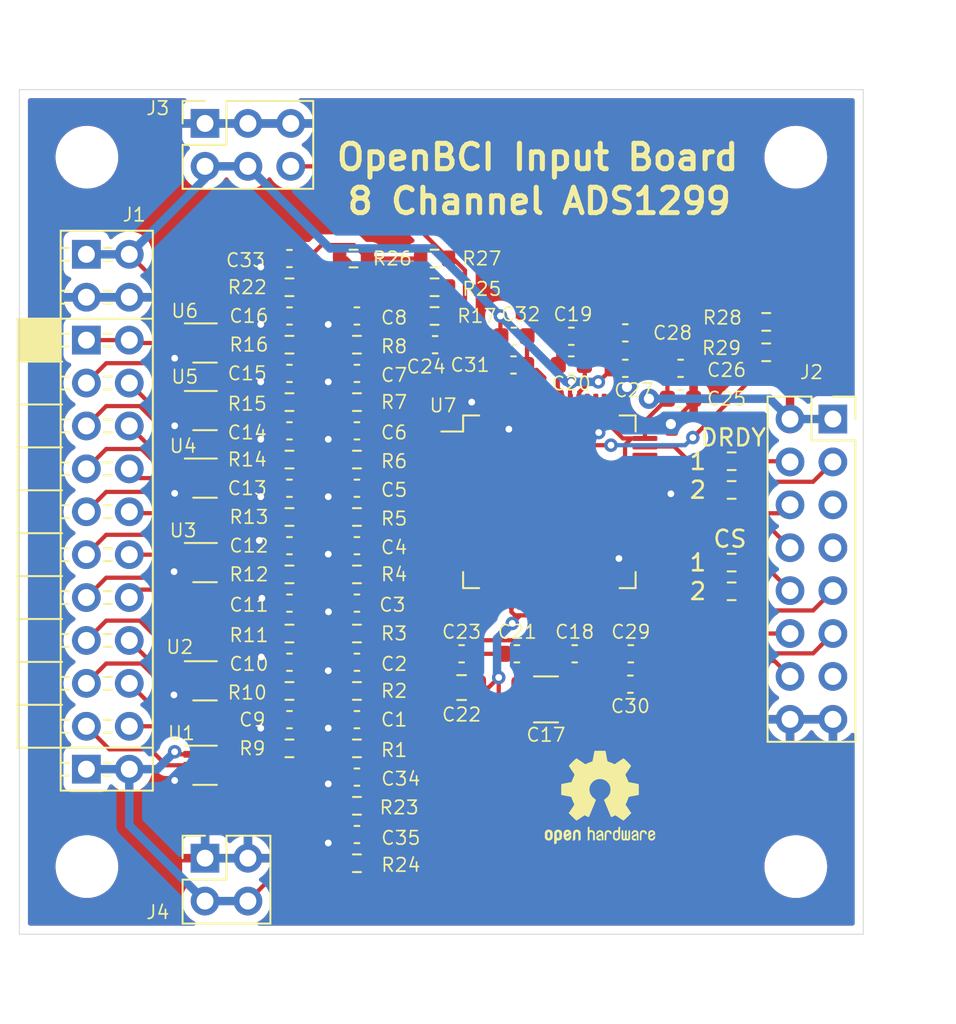
<source format=kicad_pcb>
(kicad_pcb (version 20211014) (generator pcbnew)
  (layers (0 "F.Cu" signal) (31 "B.Cu" signal) (34 "B.Paste" user) (35 "F.Paste" user) (36 "B.SilkS" user "B.Silkscreen") (37 "F.SilkS" user "F.Silkscreen") (38 "B.Mask" user) (39 "F.Mask" user) (44 "Edge.Cuts" user))
  (net 0 "")
  (net 1 "GND")
  (net 2 "-2V5")
  (net 3 "Net-(C17-Pad1)")
  (net 4 "Net-(C18-Pad1)")
  (net 5 "Net-(C19-Pad1)")
  (net 6 "Net-(C21-Pad1)")
  (net 7 "/ADS1299/VREF")
  (net 8 "Net-(C24-Pad1)")
  (net 9 "+3V3")
  (net 10 "+2V5")
  (net 11 "/Analog_Input/SRB1")
  (net 12 "/Analog_Input/SRB2")
  (net 13 "/Analog_Input/1P")
  (net 14 "/Analog_Input/1N")
  (net 15 "/Analog_Input/2P")
  (net 16 "/Analog_Input/2N")
  (net 17 "/Analog_Input/3P")
  (net 18 "/Analog_Input/3N")
  (net 19 "/Analog_Input/4P")
  (net 20 "/Analog_Input/4N")
  (net 21 "/Analog_Input/5P")
  (net 22 "/Analog_Input/5N")
  (net 23 "/Analog_Input/6P")
  (net 24 "/Analog_Input/6N")
  (net 25 "/Analog_Input/7P")
  (net 26 "/Analog_Input/7N")
  (net 27 "/Analog_Input/8P")
  (net 28 "/Analog_Input/8N")
  (net 29 "/Analog_Input/BIAS")
  (net 33 "Net-(U7-Pad52)")
  (net 39 "/ADS1299/IN1P")
  (net 40 "/ADS1299/IN1N")
  (net 41 "/ADS1299/IN2P")
  (net 42 "/ADS1299/IN2N")
  (net 43 "/ADS1299/IN3P")
  (net 44 "/ADS1299/IN3N")
  (net 45 "/ADS1299/IN4P")
  (net 46 "/ADS1299/IN4N")
  (net 47 "/ADS1299/IN5P")
  (net 48 "/ADS1299/IN5N")
  (net 49 "/ADS1299/IN6P")
  (net 50 "/ADS1299/IN6N")
  (net 51 "/ADS1299/IN7P")
  (net 52 "/ADS1299/IN7N")
  (net 53 "/ADS1299/IN8P")
  (net 54 "/ADS1299/IN8N")
  (net 55 "/ADS1299/RESET")
  (net 56 "/ADS1299/CLK")
  (net 57 "/ADS1299/DRDY2")
  (net 58 "/ADS1299/DRDY1")
  (net 59 "/ADS1299/DOUT")
  (net 60 "/ADS1299/CS2")
  (net 61 "/ADS1299/DIN")
  (net 62 "/ADS1299/CS1")
  (net 63 "/ADS1299/SCLK")
  (net 64 "/ADS1299/CS")
  (net 65 "/ADS1299/DRDY")
  (net 66 "/ADS1299/IBIAS")
  (net 67 "/ADS1299/BIAS_INV")
  (net 68 "/ADS1299/ISRB2")
  (net 69 "/ADS1299/ISRB1")
  (net 74 "Net-(C24-Pad2)")
  (footprint "Capacitor_SMD:C_0603_1608Metric" (layer "F.Cu") (at 120 87.3 180)
    (fp_text reference "C1")
    (fp_text value "1n")
  )
  (footprint "Capacitor_SMD:C_0603_1608Metric" (layer "F.Cu") (at 120 83.9 180)
    (fp_text reference "C2")
    (fp_text value "1n")
  )
  (footprint "Capacitor_SMD:C_0603_1608Metric" (layer "F.Cu") (at 120 80.4 180)
    (fp_text reference "C3")
    (fp_text value "1n")
  )
  (footprint "Capacitor_SMD:C_0603_1608Metric" (layer "F.Cu") (at 120 77 180)
    (fp_text reference "C4")
    (fp_text value "1n")
  )
  (footprint "Capacitor_SMD:C_0603_1608Metric" (layer "F.Cu") (at 120 73.6 180)
    (fp_text reference "C5")
    (fp_text value "1n")
  )
  (footprint "Capacitor_SMD:C_0603_1608Metric" (layer "F.Cu") (at 120 70.2 180)
    (fp_text reference "C6")
    (fp_text value "1n")
  )
  (footprint "Capacitor_SMD:C_0603_1608Metric" (layer "F.Cu") (at 120 66.8 180)
    (fp_text reference "C7")
    (fp_text value "1n")
  )
  (footprint "Capacitor_SMD:C_0603_1608Metric" (layer "F.Cu") (at 120 63.4 180)
    (fp_text reference "C8")
    (fp_text value "1n")
  )
  (footprint "Capacitor_SMD:C_0603_1608Metric" (layer "F.Cu") (at 116 87.3 180)
    (fp_text reference "C9")
    (fp_text value "1n")
  )
  (footprint "Capacitor_SMD:C_0603_1608Metric" (layer "F.Cu") (at 116 83.9 180)
    (fp_text reference "C10")
    (fp_text value "1n")
  )
  (footprint "Capacitor_SMD:C_0603_1608Metric" (layer "F.Cu") (at 116 80.4 180)
    (fp_text reference "C11")
    (fp_text value "1n")
  )
  (footprint "Capacitor_SMD:C_0603_1608Metric" (layer "F.Cu") (at 116 77 180)
    (fp_text reference "C12")
    (fp_text value "1n")
  )
  (footprint "Capacitor_SMD:C_0603_1608Metric" (layer "F.Cu") (at 116 73.6 180)
    (fp_text reference "C13")
    (fp_text value "1n")
  )
  (footprint "Capacitor_SMD:C_0603_1608Metric" (layer "F.Cu") (at 116 70.2 180)
    (fp_text reference "C14")
    (fp_text value "1n")
  )
  (footprint "Capacitor_SMD:C_0603_1608Metric" (layer "F.Cu") (at 116 66.8 180)
    (fp_text reference "C15")
    (fp_text value "1n")
  )
  (footprint "Capacitor_SMD:C_0603_1608Metric" (layer "F.Cu") (at 116 63.4 180)
    (fp_text reference "C16")
    (fp_text value "1n")
  )
  (footprint "Capacitor_SMD:C_1210_3225Metric" (layer "F.Cu") (at 131.2 86.1)
    (fp_text reference "C17")
    (fp_text value "100u")
  )
  (footprint "Capacitor_SMD:C_0603_1608Metric" (layer "F.Cu") (at 132.9 83.4)
    (fp_text reference "C18")
    (fp_text value "1u")
  )
  (footprint "Capacitor_SMD:C_0603_1608Metric" (layer "F.Cu") (at 132.7 64.6)
    (fp_text reference "C19")
    (fp_text value "1u")
  )
  (footprint "Capacitor_SMD:C_0603_1608Metric" (layer "F.Cu") (at 132.7 66.3)
    (fp_text reference "C20")
    (fp_text value "0.1u")
  )
  (footprint "Capacitor_SMD:C_0603_1608Metric" (layer "F.Cu") (at 129.475 83.4 180)
    (fp_text reference "C21")
    (fp_text value "1u")
  )
  (footprint "Capacitor_SMD:C_0805_2012Metric" (layer "F.Cu") (at 126.2 85.4)
    (fp_text reference "C22")
    (fp_text value "10u")
  )
  (footprint "Capacitor_SMD:C_0603_1608Metric" (layer "F.Cu") (at 126.2 83.4)
    (fp_text reference "C23")
    (fp_text value "0.1u")
  )
  (footprint "Capacitor_SMD:C_0603_1608Metric" (layer "F.Cu") (at 124.63 65.1 180)
    (fp_text reference "C24")
    (fp_text value "1nf")
  )
  (footprint "Capacitor_SMD:C_0603_1608Metric" (layer "F.Cu") (at 139.17 68.3)
    (fp_text reference "C25")
    (fp_text value "1u")
  )
  (footprint "Capacitor_SMD:C_0603_1608Metric" (layer "F.Cu") (at 139.175 66.5)
    (fp_text reference "C26")
    (fp_text value "0.1u")
  )
  (footprint "Capacitor_SMD:C_0603_1608Metric" (layer "F.Cu") (at 135.9 66.5)
    (fp_text reference "C27")
    (fp_text value "1u")
  )
  (footprint "Capacitor_SMD:C_0603_1608Metric" (layer "F.Cu") (at 135.9 64.4)
    (fp_text reference "C28")
    (fp_text value "0.1u")
  )
  (footprint "Capacitor_SMD:C_0603_1608Metric" (layer "F.Cu") (at 136.225 83.4 180)
    (fp_text reference "C29")
    (fp_text value "1u")
  )
  (footprint "Capacitor_SMD:C_0603_1608Metric" (layer "F.Cu") (at 136.2 85.2 180)
    (fp_text reference "C30")
    (fp_text value "0.1u")
  )
  (footprint "Capacitor_SMD:C_0603_1608Metric" (layer "F.Cu") (at 129.275 66.3)
    (fp_text reference "C31")
    (fp_text value "1u")
  )
  (footprint "Capacitor_SMD:C_0603_1608Metric" (layer "F.Cu") (at 129.3 64.6)
    (fp_text reference "C32")
    (fp_text value "0.1u")
  )
  (footprint "OpenBCI_ESP32:PinHeader_2x13_P2.54mm_OpenBCI" (layer "F.Cu") (at 102.7 78.8)
    (fp_text reference "J1")
    (fp_text value "Conn_02x13_Odd_Even")
  )
  (footprint "Resistor_SMD:R_0603_1608Metric" (layer "F.Cu") (at 120 89 180)
    (fp_text reference "R1")
    (fp_text value "2k2")
  )
  (footprint "Resistor_SMD:R_0603_1608Metric" (layer "F.Cu") (at 120 85.6 180)
    (fp_text reference "R2")
    (fp_text value "2k2")
  )
  (footprint "Resistor_SMD:R_0603_1608Metric" (layer "F.Cu") (at 120 82.2 180)
    (fp_text reference "R3")
    (fp_text value "2k2")
  )
  (footprint "Resistor_SMD:R_0603_1608Metric" (layer "F.Cu") (at 120 78.7 180)
    (fp_text reference "R4")
    (fp_text value "2k2")
  )
  (footprint "Resistor_SMD:R_0603_1608Metric" (layer "F.Cu") (at 120 75.3 180)
    (fp_text reference "R5")
    (fp_text value "2k2")
  )
  (footprint "Resistor_SMD:R_0603_1608Metric" (layer "F.Cu") (at 120 71.9 180)
    (fp_text reference "R6")
    (fp_text value "2k2")
  )
  (footprint "Resistor_SMD:R_0603_1608Metric" (layer "F.Cu") (at 120 68.5 180)
    (fp_text reference "R7")
    (fp_text value "2k2")
  )
  (footprint "Resistor_SMD:R_0603_1608Metric" (layer "F.Cu") (at 120 65.1 180)
    (fp_text reference "R8")
    (fp_text value "2k2")
  )
  (footprint "Resistor_SMD:R_0603_1608Metric" (layer "F.Cu") (at 116 89 180)
    (fp_text reference "R9")
    (fp_text value "2k2")
  )
  (footprint "Resistor_SMD:R_0603_1608Metric" (layer "F.Cu") (at 116 85.6 180)
    (fp_text reference "R10")
    (fp_text value "2k2")
  )
  (footprint "Resistor_SMD:R_0603_1608Metric" (layer "F.Cu") (at 116 82.2 180)
    (fp_text reference "R11")
    (fp_text value "2k2")
  )
  (footprint "Resistor_SMD:R_0603_1608Metric" (layer "F.Cu") (at 116 78.7 180)
    (fp_text reference "R12")
    (fp_text value "2k2")
  )
  (footprint "Resistor_SMD:R_0603_1608Metric" (layer "F.Cu") (at 116 75.3 180)
    (fp_text reference "R13")
    (fp_text value "2k2")
  )
  (footprint "Resistor_SMD:R_0603_1608Metric" (layer "F.Cu") (at 116 71.9 180)
    (fp_text reference "R14")
    (fp_text value "2k2")
  )
  (footprint "Resistor_SMD:R_0603_1608Metric" (layer "F.Cu") (at 116 68.5 180)
    (fp_text reference "R15")
    (fp_text value "2k2")
  )
  (footprint "Resistor_SMD:R_0603_1608Metric" (layer "F.Cu") (at 116 65.1 180)
    (fp_text reference "R16")
    (fp_text value "2k2")
  )
  (footprint "Resistor_SMD:R_0603_1608Metric" (layer "F.Cu") (at 124.6 63.4 180)
    (fp_text reference "R17")
    (fp_text value "1M")
  )
  (footprint "Package_TO_SOT_SMD:SOT-363_SC-70-6" (layer "F.Cu") (at 111 90)
    (fp_text reference "U1")
    (fp_text value "TPD4E1B06")
  )
  (footprint "Package_TO_SOT_SMD:SOT-363_SC-70-6" (layer "F.Cu") (at 111 85)
    (fp_text reference "U2")
    (fp_text value "TPD4E1B06")
  )
  (footprint "Package_TO_SOT_SMD:SOT-363_SC-70-6" (layer "F.Cu") (at 111 78)
    (fp_text reference "U3")
    (fp_text value "TPD4E1B06")
  )
  (footprint "Package_TO_SOT_SMD:SOT-363_SC-70-6" (layer "F.Cu") (at 111 73)
    (fp_text reference "U4")
    (fp_text value "TPD4E1B06")
  )
  (footprint "Package_TO_SOT_SMD:SOT-363_SC-70-6" (layer "F.Cu") (at 111 69)
    (fp_text reference "U5")
    (fp_text value "TPD4E1B06")
  )
  (footprint "Package_TO_SOT_SMD:SOT-363_SC-70-6" (layer "F.Cu") (at 111 65)
    (fp_text reference "U6")
    (fp_text value "TPD4E1B06")
  )
  (footprint "Package_QFP:TQFP-64_10x10mm_P0.5mm" (layer "F.Cu") (at 131.4 74.4)
    (fp_text reference "U7")
    (fp_text value "ADS1299IPAG1")
  )
  (footprint "Connector_PinSocket_2.54mm:PinSocket_2x08_P2.54mm_Vertical" (layer "F.Cu") (at 148.2 69.5)
    (fp_text reference "J2")
    (fp_text value "Conn_02x08_Odd_Even")
  )
  (footprint "Resistor_SMD:R_0603_1608Metric" (layer "F.Cu") (at 142.2 78 180)
    (fp_text reference "R18" hide)
    (fp_text value "0R")
  )
  (footprint "Resistor_SMD:R_0603_1608Metric" (layer "F.Cu") (at 142.2 79.7 180)
    (fp_text reference "R19" hide)
    (fp_text value "0R")
  )
  (footprint "Resistor_SMD:R_0603_1608Metric" (layer "F.Cu") (at 142.2 72 180)
    (fp_text reference "R20" hide)
    (fp_text value "0R")
  )
  (footprint "Resistor_SMD:R_0603_1608Metric" (layer "F.Cu") (at 142.2 73.7 180)
    (fp_text reference "R21" hide)
    (fp_text value "0R")
  )
  (footprint "Capacitor_SMD:C_0603_1608Metric" (layer "F.Cu") (at 116 60 180)
    (fp_text reference "C33")
    (fp_text value "1n")
  )
  (footprint "Capacitor_SMD:C_0603_1608Metric" (layer "F.Cu") (at 120 90.7 180)
    (fp_text reference "C34")
    (fp_text value "1n")
  )
  (footprint "Capacitor_SMD:C_0603_1608Metric" (layer "F.Cu") (at 120 94.1 180)
    (fp_text reference "C35")
    (fp_text value "1n")
  )
  (footprint "Resistor_SMD:R_0603_1608Metric" (layer "F.Cu") (at 116 61.7 180)
    (fp_text reference "R22")
    (fp_text value "2k2")
  )
  (footprint "Resistor_SMD:R_0603_1608Metric" (layer "F.Cu") (at 120 92.4 180)
    (fp_text reference "R23")
    (fp_text value "2k2")
  )
  (footprint "Resistor_SMD:R_0603_1608Metric" (layer "F.Cu") (at 120 95.8 180)
    (fp_text reference "R24")
    (fp_text value "2k2")
  )
  (footprint "Connector_PinSocket_2.54mm:PinSocket_2x03_P2.54mm_Vertical" (layer "F.Cu") (at 111 52 90)
    (fp_text reference "J3")
    (fp_text value "Conn_02x03_Odd_Even")
  )
  (footprint "Connector_PinSocket_2.54mm:PinSocket_2x02_P2.54mm_Vertical" (layer "F.Cu") (at 111 95.5 90)
    (fp_text reference "J4")
    (fp_text value "Conn_02x02_Odd_Even")
  )
  (footprint "MountingHole:MountingHole_2.7mm_M2.5" (layer "F.Cu") (at 104 54)
    (fp_text reference "H1" hide)
    (fp_text value "MountingHole")
  )
  (footprint "MountingHole:MountingHole_2.7mm_M2.5" (layer "F.Cu") (at 104 96)
    (fp_text reference "H2" hide)
    (fp_text value "MountingHole")
  )
  (footprint "MountingHole:MountingHole_2.7mm_M2.5" (layer "F.Cu") (at 146 54)
    (fp_text reference "H3" hide)
    (fp_text value "MountingHole")
  )
  (footprint "MountingHole:MountingHole_2.7mm_M2.5" (layer "F.Cu") (at 146 96)
    (fp_text reference "H4" hide)
    (fp_text value "MountingHole")
  )
  (footprint "Symbol:OSHW-Logo2_7.3x6mm_SilkScreen" (layer "F.Cu") (at 134.4 91.9)
    (fp_text reference "LOGO1" hide)
    (fp_text value "Logo_Open_Hardware_Small" hide)
  )
  (footprint "Resistor_SMD:R_0603_1608Metric" (layer "F.Cu") (at 124.6 61.7 180)
    (fp_text reference "R25")
    (fp_text value "0R")
  )
  (footprint "Resistor_SMD:R_0603_1608Metric" (layer "F.Cu") (at 119.8 60)
    (fp_text reference "R26")
    (fp_text value "0R")
  )
  (footprint "Resistor_SMD:R_0603_1608Metric" (layer "F.Cu") (at 124.6 60 180)
    (fp_text reference "R27")
    (fp_text value "0R")
  )
  (footprint "Resistor_SMD:R_0603_1608Metric" (layer "F.Cu") (at 144.25 65.55)
    (fp_text reference "R29")
    (fp_text value "0R")
  )
  (footprint "Resistor_SMD:R_0603_1608Metric" (layer "F.Cu") (at 144.25 63.75)
    (fp_text reference "R28")
    (fp_text value "0R")
  )
  (gr_line (start 150 50) (end 100 50) (layer "Edge.Cuts") (width 0.05))
  (gr_line (start 150 100) (end 150 50) (layer "Edge.Cuts") (width 0.05))
  (gr_line (start 100 100) (end 150 100) (layer "Edge.Cuts") (width 0.05))
  (gr_line (start 100 50) (end 100 100) (layer "Edge.Cuts") (width 0.05))
  (gr_text "2" (at 140.2 79.7) (layer "F.SilkS") (effects (font (size 1 1))))
  (gr_text "2" (at 140.2 73.7) (layer "F.SilkS") (effects (font (size 1 1))))
  (gr_text "DRDY" (at 142.3 70.6) (layer "F.SilkS") (effects (font (size 1 1))))
  (gr_text "8 Channel ADS1299" (at 130.8 56.6) (layer "F.SilkS") (effects (font (size 1.5 1.5) (thickness 0.3))))
  (gr_text "1" (at 140.2 78) (layer "F.SilkS") (effects (font (size 1 1))))
  (gr_text "OpenBCI Input Board" (at 130.7 54) (layer "F.SilkS") (effects (font (size 1.5 1.5) (thickness 0.3))))
  (gr_text "CS" (at 142.1 76.6) (layer "F.SilkS") (effects (font (size 1 1))))
  (gr_text "1" (at 140.2 72) (layer "F.SilkS") (effects (font (size 1 1))))
  (segment (start 137.17499 74.12501) (end 138.47499 74.12501) (width 0.25) (layer "F.Cu") (net 1))
  (segment (start 127.2375 68.7375) (end 127 68.5) (width 0.25) (layer "F.Cu") (net 1))
  (segment (start 114.725 67.3) (end 115.225 66.8) (width 0.25) (layer "F.Cu") (net 1))
  (segment (start 118.725 70.7) (end 119.225 70.2) (width 0.25) (layer "F.Cu") (net 1))
  (segment (start 139.945 68.455) (end 138.6 69.8) (width 0.25) (layer "F.Cu") (net 1))
  (segment (start 119.225 87.3) (end 118.8 87.3) (width 0.25) (layer "F.Cu") (net 1))
  (segment (start 115.225 73.6) (end 114.8 73.6) (width 0.25) (layer "F.Cu") (net 1))
  (segment (start 119.225 90.7) (end 118.7 90.7) (width 0.25) (layer "F.Cu") (net 1))
  (segment (start 134.15 70.12497) (end 134.325021 70.299991) (width 0.25) (layer "F.Cu") (net 1))
  (segment (start 109.2 73.9) (end 109.8 73.9) (width 0.25) (layer "F.Cu") (net 1))
  (segment (start 118.3 70.7) (end 118.725 70.7) (width 0.25) (layer "F.Cu") (net 1))
  (segment (start 114.8 73.6) (end 114.3 74.1) (width 0.25) (layer "F.Cu") (net 1))
  (segment (start 118.7 90.7) (end 118.3 91.1) (width 0.25) (layer "F.Cu") (net 1))
  (segment (start 115.225 77) (end 114.525319 77) (width 0.25) (layer "F.Cu") (net 1))
  (segment (start 139.945 68.3) (end 139.945 66.505) (width 0.25) (layer "F.Cu") (net 1))
  (segment (start 135.45 85.175) (end 135.425 85.2) (width 0.25) (layer "F.Cu") (net 1))
  (segment (start 118.725 63.9) (end 119.225 63.4) (width 0.25) (layer "F.Cu") (net 1))
  (segment (start 119.225 83.9) (end 118.8 83.9) (width 0.25) (layer "F.Cu") (net 1))
  (segment (start 119.225 73.6) (end 118.8 73.6) (width 0.25) (layer "F.Cu") (net 1))
  (segment (start 134.65 79.259298) (end 135.520325 78.388973) (width 0.25) (layer "F.Cu") (net 1))
  (segment (start 136.675 64.4) (end 136.675 66.5) (width 0.25) (layer "F.Cu") (net 1))
  (segment (start 115.225 83.9) (end 114.646064 83.9) (width 0.25) (layer "F.Cu") (net 1))
  (segment (start 109.8 65.9) (end 110.05 65.65) (width 0.25) (layer "F.Cu") (net 1))
  (segment (start 118.8 77) (end 118.3 77.5) (width 0.25) (layer "F.Cu") (net 1))
  (segment (start 114.656704 80.4) (end 114.368528 80.111824) (width 0.25) (layer "F.Cu") (net 1))
  (segment (start 135.15 68.65) (end 136 67.8) (width 0.25) (layer "F.Cu") (net 1))
  (segment (start 114.525319 77) (end 114.213732 76.688413) (width 0.25) (layer "F.Cu") (net 1))
  (segment (start 115.225 70.2) (end 114.8 70.2) (width 0.25) (layer "F.Cu") (net 1))
  (segment (start 138.6 74) (end 138.6 73.925) (width 0.25) (layer "F.Cu") (net 1))
  (segment (start 109.341856 85.65) (end 109.157667 85.834189) (width 0.25) (layer "F.Cu") (net 1))
  (segment (start 138.47499 74.12501) (end 138.6 74) (width 0.25) (layer "F.Cu") (net 1))
  (segment (start 129.090006 70.1) (end 129.65 69.540006) (width 0.25) (layer "F.Cu") (net 1))
  (segment (start 114.8 70.2) (end 114.3 70.7) (width 0.25) (layer "F.Cu") (net 1))
  (segment (start 118.8 87.3) (end 118.3 87.8) (width 0.25) (layer "F.Cu") (net 1))
  (segment (start 109.8 69.9) (end 110.05 69.65) (width 0.25) (layer "F.Cu") (net 1))
  (segment (start 135.15 68.7375) (end 135.15 68.65) (width 0.25) (layer "F.Cu") (net 1))
  (segment (start 137.0625 74.15) (end 137.15 74.15) (width 0.25) (layer "F.Cu") (net 1))
  (segment (start 114.3 60.5) (end 114.725 60.5) (width 0.25) (layer "F.Cu") (net 1))
  (segment (start 114.3 63.9) (end 114.725 63.9) (width 0.25) (layer "F.Cu") (net 1))
  (segment (start 136 67.175) (end 136.675 66.5) (width 0.5) (layer "F.Cu") (net 1))
  (segment (start 109.8 73.9) (end 110.05 73.65) (width 0.25) (layer "F.Cu") (net 1))
  (segment (start 129.65 69.540006) (end 129.65 68.7375) (width 0.25) (layer "F.Cu") (net 1))
  (segment (start 109.2 69.9) (end 109.8 69.9) (width 0.25) (layer "F.Cu") (net 1))
  (segment (start 109.2 65.9) (end 109.8 65.9) (width 0.25) (layer "F.Cu") (net 1))
  (segment (start 118.8 94.1) (end 118.3 94.6) (width 0.25) (layer "F.Cu") (net 1))
  (segment (start 136 67.8) (end 136 67.175) (width 0.5) (layer "F.Cu") (net 1))
  (segment (start 114.646064 83.9) (end 114.335819 83.589755) (width 0.25) (layer "F.Cu") (net 1))
  (segment (start 118.8 73.6) (end 118.3 74.1) (width 0.25) (layer "F.Cu") (net 1))
  (segment (start 110.05 78.65) (end 109.280751 78.65) (width 0.25) (layer "F.Cu") (net 1))
  (segment (start 129 70.1) (end 129.090006 70.1) (width 0.25) (layer "F.Cu") (net 1))
  (segment (start 118.3 67.3) (end 118.725 67.3) (width 0.25) (layer "F.Cu") (net 1))
  (segment (start 118.725 67.3) (end 119.225 66.8) (width 0.25) (layer "F.Cu") (net 1))
  (segment (start 137.0625 78.15) (end 136.05 78.15) (width 0.25) (layer "F.Cu") (net 1))
  (segment (start 134.65 80.0625) (end 134.65 80.15) (width 0.25) (layer "F.Cu") (net 1))
  (segment (start 134.65 80.0625) (end 134.65 79.259298) (width 0.25) (layer "F.Cu") (net 1))
  (segment (start 134.65 80.15) (end 134.67499 80.17499) (width 0.25) (layer "F.Cu") (net 1))
  (segment (start 139.95 66.5) (end 142.7 63.75) (width 0.25) (layer "F.Cu") (net 1))
  (segment (start 110.05 85.65) (end 109.341856 85.65) (width 0.25) (layer "F.Cu") (net 1))
  (segment (start 135.45 83.4) (end 135.45 85.175) (width 0.25) (layer "F.Cu") (net 1))
  (segment (start 119.225 80.4) (end 118.825306 80.4) (width 0.25) (layer "F.Cu") (net 1))
  (segment (start 119.225 77) (end 118.8 77) (width 0.25) (layer "F.Cu") (net 1))
  (segment (start 139.945 68.3) (end 139.945 68.455) (width 0.25) (layer "F.Cu") (net 1))
  (segment (start 115.225 80.4) (end 114.656704 80.4) (width 0.25) (layer "F.Cu") (net 1))
  (segment (start 134.67499 80.17499) (end 134.67499 82.62499) (width 0.25) (layer "F.Cu") (net 1))
  (segment (start 114.3 67.3) (end 114.725 67.3) (width 0.25) (layer "F.Cu") (net 1))
  (segment (start 114.725 60.5) (end 115.225 60) (width 0.25) (layer "F.Cu") (net 1))
  (segment (start 127.65 68.7375) (end 127.2375 68.7375) (width 0.25) (layer "F.Cu") (net 1))
  (segment (start 137.15 74.15) (end 137.17499 74.12501) (width 0.25) (layer "F.Cu") (net 1))
  (segment (start 142.7 63.75) (end 143.425 63.75) (width 0.25) (layer "F.Cu") (net 1))
  (segment (start 118.8 83.9) (end 118.3 84.4) (width 0.25) (layer "F.Cu") (net 1))
  (segment (start 118.825306 80.4) (end 118.312653 80.912653) (width 0.25) (layer "F.Cu") (net 1))
  (segment (start 109.280751 78.65) (end 109.166432 78.535681) (width 0.25) (layer "F.Cu") (net 1))
  (segment (start 127 68.5) (end 126.8 68.5) (width 0.25) (layer "F.Cu") (net 1))
  (segment (start 135.657459 77.757459) (end 135.520325 77.757459) (width 0.25) (layer "F.Cu") (net 1))
  (segment (start 114.725 63.9) (end 115.225 63.4) (width 0.25) (layer "F.Cu") (net 1))
  (segment (start 115.225 87.3) (end 114.8 87.3) (width 0.25) (layer "F.Cu") (net 1))
  (segment (start 109.45 90.65) (end 109.2 90.9) (width 0.25) (layer "F.Cu") (net 1))
  (segment (start 134.67499 82.62499) (end 135.45 83.4) (width 0.25) (layer "F.Cu") (net 1))
  (segment (start 114.8 87.3) (end 114.3 87.8) (width 0.25) (layer "F.Cu") (net 1))
  (segment (start 139.945 66.505) (end 139.95 66.5) (width 0.25) (layer "F.Cu") (net 1))
  (segment (start 134.15 68.7375) (end 134.15 70.12497) (width 0.25) (layer "F.Cu") (net 1))
  (segment (start 110.05 90.65) (end 109.45 90.65) (width 0.25) (layer "F.Cu") (net 1))
  (segment (start 119.225 94.1) (end 118.8 94.1) (width 0.25) (layer "F.Cu") (net 1))
  (segment (start 135.520325 78.388973) (end 135.520325 77.757459) (width 0.25) (layer "F.Cu") (net 1))
  (segment (start 136.05 78.15) (end 135.657459 77.757459) (width 0.25) (layer "F.Cu") (net 1))
  (segment (start 118.3 63.9) (end 118.725 63.9) (width 0.25) (layer "F.Cu") (net 1))
  (via (at 129 70.1) (size 0.8) (drill 0.4) (layers "F.Cu" "B.Cu") (net 1))
  (via (at 135.520325 77.757459) (size 0.8) (drill 0.4) (layers "F.Cu" "B.Cu") (net 1))
  (via (at 134.325021 70.299991) (size 0.8) (drill 0.4) (layers "F.Cu" "B.Cu") (net 1))
  (via (at 118.3 63.9) (size 0.8) (drill 0.4) (layers "F.Cu" "B.Cu") (net 1))
  (via (at 114.3 70.7) (size 0.8) (drill 0.4) (layers "F.Cu" "B.Cu") (net 1))
  (via (at 118.312653 80.912653) (size 0.8) (drill 0.4) (layers "F.Cu" "B.Cu") (net 1))
  (via (at 114.3 87.8) (size 0.8) (drill 0.4) (layers "F.Cu" "B.Cu") (net 1))
  (via (at 138.6 69.8) (size 1.2) (drill 0.6) (layers "F.Cu" "B.Cu") (net 1))
  (via (at 109.2 69.9) (size 0.8) (drill 0.4) (layers "F.Cu" "B.Cu") (net 1))
  (via (at 126.8 68.5) (size 0.8) (drill 0.4) (layers "F.Cu" "B.Cu") (net 1))
  (via (at 114.3 63.9) (size 0.8) (drill 0.4) (layers "F.Cu" "B.Cu") (net 1))
  (via (at 114.3 60.5) (size 0.8) (drill 0.4) (layers "F.Cu" "B.Cu") (net 1))
  (via (at 114.3 67.3) (size 0.8) (drill 0.4) (layers "F.Cu" "B.Cu") (net 1))
  (via (at 118.3 94.6) (size 0.8) (drill 0.4) (layers "F.Cu" "B.Cu") (net 1))
  (via (at 136 67.6) (size 1.2) (drill 0.6) (layers "F.Cu" "B.Cu") (net 1))
  (via (at 114.335819 83.589755) (size 0.8) (drill 0.4) (layers "F.Cu" "B.Cu") (net 1))
  (via (at 138.6 73.925) (size 0.8) (drill 0.4) (layers "F.Cu" "B.Cu") (net 1))
  (via (at 109.2 90.9) (size 0.8) (drill 0.4) (layers "F.Cu" "B.Cu") (net 1))
  (via (at 118.3 77.5) (size 0.8) (drill 0.4) (layers "F.Cu" "B.Cu") (net 1))
  (via (at 118.3 67.3) (size 0.8) (drill 0.4) (layers "F.Cu" "B.Cu") (net 1))
  (via (at 118.3 84.4) (size 0.8) (drill 0.4) (layers "F.Cu" "B.Cu") (net 1))
  (via (at 118.3 70.7) (size 0.8) (drill 0.4) (layers "F.Cu" "B.Cu") (net 1))
  (via (at 109.2 73.9) (size 0.8) (drill 0.4) (layers "F.Cu" "B.Cu") (net 1))
  (via (at 114.368528 80.111824) (size 0.8) (drill 0.4) (layers "F.Cu" "B.Cu") (net 1))
  (via (at 118.3 91.1) (size 0.8) (drill 0.4) (layers "F.Cu" "B.Cu") (net 1))
  (via (at 114.213732 76.688413) (size 0.8) (drill 0.4) (layers "F.Cu" "B.Cu") (net 1))
  (via (at 109.2 65.9) (size 0.8) (drill 0.4) (layers "F.Cu" "B.Cu") (net 1))
  (via (at 118.3 87.8) (size 0.8) (drill 0.4) (layers "F.Cu" "B.Cu") (net 1))
  (via (at 118.3 74.1) (size 0.8) (drill 0.4) (layers "F.Cu" "B.Cu") (net 1))
  (via (at 109.157667 85.834189) (size 0.8) (drill 0.4) (layers "F.Cu" "B.Cu") (net 1))
  (via (at 109.166432 78.535681) (size 0.8) (drill 0.4) (layers "F.Cu" "B.Cu") (net 1))
  (via (at 114.3 74.1) (size 0.8) (drill 0.4) (layers "F.Cu" "B.Cu") (net 1))
  (segment (start 121.241773 96.60001) (end 114.97999 96.60001) (width 0.25) (layer "F.Cu") (net 2))
  (segment (start 131.65 78.75) (end 131.65 80.0625) (width 0.25) (layer "F.Cu") (net 2))
  (segment (start 133.5 67.67499) (end 133.5 66.325) (width 0.25) (layer "F.Cu") (net 2))
  (segment (start 130.65 79.259298) (end 130.65 80.0625) (width 0.25) (layer "F.Cu") (net 2))
  (segment (start 135.15 80.0625) (end 137.1 82.0125) (width 0.25) (layer "F.Cu") (net 2))
  (segment (start 131.65 78.75) (end 131.5 78.9) (width 0.25) (layer "F.Cu") (net 2))
  (segment (start 130.390692 81.12501) (end 130.65 80.865702) (width 0.25) (layer "F.Cu") (net 2))
  (segment (start 129.67499 81.12501) (end 129.359328 81.12501) (width 0.25) (layer "F.Cu") (net 2))
  (segment (start 126.975 85.225) (end 127.15 85.4) (width 0.25) (layer "F.Cu") (net 2))
  (segment (start 109.35 89.35) (end 109.2 89.2) (width 0.25) (layer "F.Cu") (net 2))
  (segment (start 124.249583 93.5922) (end 124.249583 88.300417) (width 0.25) (layer "F.Cu") (net 2))
  (segment (start 130.390692 81.12501) (end 129.67499 81.12501) (width 0.25) (layer "F.Cu") (net 2))
  (segment (start 136.075 86.1) (end 136.975 85.2) (width 0.25) (layer "F.Cu") (net 2))
  (segment (start 124.249583 88.300417) (end 127.15 85.4) (width 0.25) (layer "F.Cu") (net 2))
  (segment (start 128.4 87.012493) (end 129.162027 87.77452) (width 0.25) (layer "F.Cu") (net 2))
  (segment (start 130.075 66.275) (end 130.05 66.3) (width 0.25) (layer "F.Cu") (net 2))
  (segment (start 137.1 83.3) (end 137 83.4) (width 0.25) (layer "F.Cu") (net 2))
  (segment (start 128.7 83.4) (end 126.975 83.4) (width 0.25) (layer "F.Cu") (net 2))
  (segment (start 137 83.4) (end 137 85.175) (width 0.25) (layer "F.Cu") (net 2))
  (segment (start 132.95 70.65) (end 131.65 70.65) (width 0.25) (layer "F.Cu") (net 2))
  (segment (start 126.975 83.4) (end 126.975 85.225) (width 0.25) (layer "F.Cu") (net 2))
  (segment (start 131.65 70.65) (end 131.15 70.15) (width 0.25) (layer "F.Cu") (net 2))
  (segment (start 131.15 70.15) (end 131.15 68.7375) (width 0.25) (layer "F.Cu") (net 2))
  (segment (start 127.15 85.4) (end 127.8 85.4) (width 0.25) (layer "F.Cu") (net 2))
  (segment (start 137.1 82.0125) (end 137.1 83.3) (width 0.25) (layer "F.Cu") (net 2))
  (segment (start 133.15 68.7375) (end 133.15 68.65) (width 0.25) (layer "F.Cu") (net 2))
  (segment (start 130.65 68.7375) (end 130.65 66.6) (width 0.25) (layer "F.Cu") (net 2))
  (segment (start 133.17499 68.62501) (end 133.17499 67.909308) (width 0.25) (layer "F.Cu") (net 2))
  (segment (start 130.65 80.865702) (end 130.65 80.0625) (width 0.25) (layer "F.Cu") (net 2))
  (segment (start 129.67499 81.12501) (end 129.2 81.6) (width 0.25) (layer "F.Cu") (net 2))
  (segment (start 129.162027 87.77452) (end 131.00048 87.77452) (width 0.25) (layer "F.Cu") (net 2))
  (segment (start 129.359328 81.12501) (end 129.15 80.915682) (width 0.25) (layer "F.Cu") (net 2))
  (segment (start 132.675 86.1) (end 132.675 84.4) (width 0.25) (layer "F.Cu") (net 2))
  (segment (start 131.00048 87.77452) (end 132.675 86.1) (width 0.25) (layer "F.Cu") (net 2))
  (segment (start 131.1 67.05) (end 130.65 66.6) (width 0.25) (layer "F.Cu") (net 2))
  (segment (start 124.249583 93.5922) (end 121.241773 96.60001) (width 0.25) (layer "F.Cu") (net 2))
  (segment (start 114.97999 96.60001) (end 113.54 98.04) (width 0.25) (layer "F.Cu") (net 2))
  (segment (start 130.65 66.6) (end 130.35 66.6) (width 0.25) (layer "F.Cu") (net 2))
  (segment (start 131.009298 78.9) (end 130.65 79.259298) (width 0.25) (layer "F.Cu") (net 2))
  (segment (start 110.05 89.35) (end 109.35 89.35) (width 0.25) (layer "F.Cu") (net 2))
  (segment (start 133.475 66.3) (end 133.475 64.6) (width 0.25) (layer "F.Cu") (net 2))
  (segment (start 131.15 68.65) (end 131.1 68.6) (width 0.25) (layer "F.Cu") (net 2))
  (segment (start 129.15 80.915682) (end 129.15 80.0625) (width 0.25) (layer "F.Cu") (net 2))
  (segment (start 133.409308 67.67499) (end 133.5 67.67499) (width 0.25) (layer "F.Cu") (net 2))
  (segment (start 131.15 68.7375) (end 131.15 68.65) (width 0.25) (layer "F.Cu") (net 2))
  (segment (start 128.4 84.8) (end 128.4 87.012493) (width 0.25) (layer "F.Cu") (net 2))
  (segment (start 133.15 68.65) (end 133.17499 68.62501) (width 0.25) (layer "F.Cu") (net 2))
  (segment (start 132.675 84.4) (end 133.675 83.4) (width 0.25) (layer "F.Cu") (net 2))
  (segment (start 132.675 86.1) (end 136.075 86.1) (width 0.25) (layer "F.Cu") (net 2))
  (segment (start 131.5 78.9) (end 131.009298 78.9) (width 0.25) (layer "F.Cu") (net 2))
  (segment (start 133.15 68.7375) (end 133.15 70.45) (width 0.25) (layer "F.Cu") (net 2))
  (segment (start 133.15 70.45) (end 132.95 70.65) (width 0.25) (layer "F.Cu") (net 2))
  (segment (start 133.5 66.325) (end 133.475 66.3) (width 0.25) (layer "F.Cu") (net 2))
  (segment (start 137 85.175) (end 136.975 85.2) (width 0.25) (layer "F.Cu") (net 2))
  (segment (start 131.1 68.6) (end 131.1 67.05) (width 0.25) (layer "F.Cu") (net 2))
  (segment (start 130.075 64.6) (end 130.075 66.275) (width 0.25) (layer "F.Cu") (net 2))
  (segment (start 131.65 78.75) (end 131.65 70.65) (width 0.5) (layer "F.Cu") (net 2))
  (segment (start 133.17499 67.909308) (end 133.409308 67.67499) (width 0.25) (layer "F.Cu") (net 2))
  (segment (start 127.8 85.4) (end 128.4 84.8) (width 0.25) (layer "F.Cu") (net 2))
  (via (at 128.4 84.8) (size 0.8) (drill 0.4) (layers "F.Cu" "B.Cu") (net 2))
  (via (at 129.2 81.6) (size 0.8) (drill 0.4) (layers "F.Cu" "B.Cu") (net 2))
  (via (at 109.2 89.2) (size 0.8) (drill 0.4) (layers "F.Cu" "B.Cu") (net 2))
  (segment (start 109.2 89.2) (end 108.17 90.23) (width 0.5) (layer "B.Cu") (net 2))
  (segment (start 106.51 93.55) (end 111 98.04) (width 0.5) (layer "B.Cu") (net 2))
  (segment (start 103.97 90.23) (end 106.51 90.23) (width 0.5) (layer "B.Cu") (net 2))
  (segment (start 129.2 81.6) (end 128.3 82.5) (width 0.5) (layer "B.Cu") (net 2))
  (segment (start 106.51 90.23) (end 108.17 90.23) (width 0.5) (layer "B.Cu") (net 2))
  (segment (start 128.3 84.7) (end 128.4 84.8) (width 0.5) (layer "B.Cu") (net 2))
  (segment (start 106.51 93.55) (end 106.51 90.23) (width 0.5) (layer "B.Cu") (net 2))
  (segment (start 111 98.04) (end 113.54 98.04) (width 0.5) (layer "B.Cu") (net 2))
  (segment (start 128.3 82.5) (end 128.3 84.7) (width 0.5) (layer "B.Cu") (net 2))
  (segment (start 131.02501 82.990692) (end 133.17499 80.840712) (width 0.25) (layer "F.Cu") (net 3))
  (segment (start 133.17499 80.840712) (end 133.17499 80.08749) (width 0.25) (layer "F.Cu") (net 3))
  (segment (start 133.17499 80.08749) (end 133.15 80.0625) (width 0.25) (layer "F.Cu") (net 3))
  (segment (start 129.725 86.1) (end 131.02501 84.79999) (width 0.25) (layer "F.Cu") (net 3))
  (segment (start 131.02501 84.79999) (end 131.02501 82.990692) (width 0.25) (layer "F.Cu") (net 3))
  (segment (start 132.125 82.925) (end 134.17499 80.87501) (width 0.25) (layer "F.Cu") (net 4))
  (segment (start 132.125 83.4) (end 132.125 82.925) (width 0.25) (layer "F.Cu") (net 4))
  (segment (start 134.17499 80.08749) (end 134.15 80.0625) (width 0.25) (layer "F.Cu") (net 4))
  (segment (start 134.17499 80.87501) (end 134.17499 80.08749) (width 0.25) (layer "F.Cu") (net 4))
  (segment (start 131.925 64.6) (end 131.925 66.3) (width 0.25) (layer "F.Cu") (net 5))
  (segment (start 131.9 67.684298) (end 131.9 66.325) (width 0.25) (layer "F.Cu") (net 5))
  (segment (start 132.12501 67.909308) (end 131.9 67.684298) (width 0.25) (layer "F.Cu") (net 5))
  (segment (start 132.15 68.65) (end 132.12501 68.62501) (width 0.25) (layer "F.Cu") (net 5))
  (segment (start 132.15 68.7375) (end 132.15 68.65) (width 0.25) (layer "F.Cu") (net 5))
  (segment (start 132.12501 68.62501) (end 132.12501 67.909308) (width 0.25) (layer "F.Cu") (net 5))
  (segment (start 131.9 66.325) (end 131.925 66.3) (width 0.25) (layer "F.Cu") (net 5))
  (segment (start 130.25 82.765702) (end 132.15 80.865702) (width 0.25) (layer "F.Cu") (net 6))
  (segment (start 132.15 80.865702) (end 132.15 80.0625) (width 0.25) (layer "F.Cu") (net 6))
  (segment (start 130.25 83.4) (end 130.25 82.765702) (width 0.25) (layer "F.Cu") (net 6))
  (segment (start 125.425 85.225) (end 125.25 85.4) (width 0.25) (layer "F.Cu") (net 7))
  (segment (start 125.425 83.4) (end 126.22501 82.59999) (width 0.25) (layer "F.Cu") (net 7))
  (segment (start 131.15 81.15) (end 131.15 80.0625) (width 0.25) (layer "F.Cu") (net 7))
  (segment (start 126.22501 82.59999) (end 129.70001 82.59999) (width 0.25) (layer "F.Cu") (net 7))
  (segment (start 125.425 83.4) (end 125.425 85.225) (width 0.25) (layer "F.Cu") (net 7))
  (segment (start 129.70001 82.59999) (end 131.15 81.15) (width 0.25) (layer "F.Cu") (net 7))
  (segment (start 125.425 65.08) (end 125.405 65.1) (width 0.25) (layer "F.Cu") (net 8))
  (segment (start 125.425 63.4) (end 125.425 65.08) (width 0.25) (layer "F.Cu") (net 8))
  (segment (start 128.15 67.934298) (end 128.15 68.7375) (width 0.25) (layer "F.Cu") (net 8))
  (segment (start 128.67499 68.72501) (end 128.67499 67.87499) (width 0.25) (layer "F.Cu") (net 8))
  (segment (start 125.425 61.7) (end 125.425 63.4) (width 0.25) (layer "F.Cu") (net 8))
  (segment (start 127.890692 67.67499) (end 128.15 67.934298) (width 0.25) (layer "F.Cu") (net 8))
  (segment (start 128.65 68.7375) (end 128.6625 68.7375) (width 0.25) (layer "F.Cu") (net 8))
  (segment (start 125.405 66.305) (end 126.77499 67.67499) (width 0.25) (layer "F.Cu") (net 8))
  (segment (start 125.405 65.1) (end 125.405 66.305) (width 0.25) (layer "F.Cu") (net 8))
  (segment (start 126.77499 67.67499) (end 127.890692 67.67499) (width 0.25) (layer "F.Cu") (net 8))
  (segment (start 128.47499 67.67499) (end 127.890692 67.67499) (width 0.25) (layer "F.Cu") (net 8))
  (segment (start 128.6625 68.7375) (end 128.67499 68.72501) (width 0.25) (layer "F.Cu") (net 8))
  (segment (start 128.67499 67.87499) (end 128.47499 67.67499) (width 0.25) (layer "F.Cu") (net 8))
  (segment (start 137.0625 70.65) (end 137.0625 69.6325) (width 0.25) (layer "F.Cu") (net 9))
  (segment (start 135.759298 70.65) (end 137.0625 70.65) (width 0.25) (layer "F.Cu") (net 9))
  (segment (start 138.395 68.3) (end 138.395 66.505) (width 0.25) (layer "F.Cu") (net 9))
  (segment (start 145.66 69.5) (end 145.66 66.135) (width 0.5) (layer "F.Cu") (net 9))
  (segment (start 134.65 69.540702) (end 135.759298 70.65) (width 0.25) (layer "F.Cu") (net 9))
  (segment (start 137.0625 77.15) (end 136.259298 77.15) (width 0.25) (layer "F.Cu") (net 9))
  (segment (start 134.65 68.7375) (end 134.65 69.540702) (width 0.25) (layer "F.Cu") (net 9))
  (segment (start 135.884297 71.025001) (end 136.259298 70.65) (width 0.25) (layer "F.Cu") (net 9))
  (segment (start 136.259298 77.15) (end 135.884297 76.774999) (width 0.25) (layer "F.Cu") (net 9))
  (segment (start 136.259298 70.65) (end 137.0625 70.65) (width 0.25) (layer "F.Cu") (net 9))
  (segment (start 137.0625 69.6325) (end 138.395 68.3) (width 0.25) (layer "F.Cu") (net 9))
  (segment (start 138.395 68.3) (end 137.3 68.3) (width 0.25) (layer "F.Cu") (net 9))
  (segment (start 145.66 66.135) (end 145.075 65.55) (width 0.5) (layer "F.Cu") (net 9))
  (segment (start 135.884297 76.774999) (end 135.884297 71.025001) (width 0.25) (layer "F.Cu") (net 9))
  (segment (start 138.395 66.505) (end 138.4 66.5) (width 0.25) (layer "F.Cu") (net 9))
  (via (at 137.3 68.3) (size 1.2) (drill 0.6) (layers "F.Cu" "B.Cu") (net 9))
  (segment (start 144.46 68.3) (end 145.66 69.5) (width 0.5) (layer "B.Cu") (net 9))
  (segment (start 137.3 68.3) (end 144.46 68.3) (width 0.5) (layer "B.Cu") (net 9))
  (segment (start 145.66 69.5) (end 148.2 69.5) (width 0.5) (layer "B.Cu") (net 9))
  (segment (start 128.5 63.4) (end 128.5 64.575) (width 0.25) (layer "F.Cu") (net 10))
  (segment (start 129.9 70.4) (end 130.05 70.25) (width 0.5) (layer "F.Cu") (net 10))
  (segment (start 128.536411 66.3) (end 130.15 67.913589) (width 0.25) (layer "F.Cu") (net 10))
  (segment (start 129.65 80.0625) (end 129.65 79.05) (width 0.25) (layer "F.Cu") (net 10))
  (segment (start 110.05 64.35) (end 110.05 63.45) (width 0.25) (layer "F.Cu") (net 10))
  (segment (start 132.65 69.75) (end 132.65 68.7375) (width 0.25) (layer "F.Cu") (net 10))
  (segment (start 129.9 78.8) (end 129.109298 78.8) (width 0.25) (layer "F.Cu") (net 10))
  (segment (start 128.525 66.275) (end 128.5 66.3) (width 0.25) (layer "F.Cu") (net 10))
  (segment (start 132.62501 67.57499) (end 132.7 67.5) (width 0.25) (layer "F.Cu") (net 10))
  (segment (start 128.65 79.259298) (end 128.65 80.0625) (width 0.25) (layer "F.Cu") (net 10))
  (segment (start 132.62501 68.72501) (end 132.62501 67.57499) (width 0.25) (layer "F.Cu") (net 10))
  (segment (start 132.6375 68.7375) (end 132.62501 68.72501) (width 0.25) (layer "F.Cu") (net 10))
  (segment (start 110.05 63.29) (end 106.51 59.75) (width 0.25) (layer "F.Cu") (net 10))
  (segment (start 132.7 67.5) (end 132.7 67.3) (width 0.25) (layer "F.Cu") (net 10))
  (segment (start 128.5 64.575) (end 128.525 64.6) (width 0.25) (layer "F.Cu") (net 10))
  (segment (start 128.525 64.6) (end 128.525 66.275) (width 0.25) (layer "F.Cu") (net 10))
  (segment (start 129.9 78.8) (end 129.9 70.4) (width 0.5) (layer "F.Cu") (net 10))
  (segment (start 131.909308 69.80001) (end 132.59999 69.80001) (width 0.25) (layer "F.Cu") (net 10))
  (segment (start 134.3 67.3) (end 134.325 67.3) (width 0.25) (layer "F.Cu") (net 10))
  (segment (start 132.65 68.7375) (end 132.6375 68.7375) (width 0.25) (layer "F.Cu") (net 10))
  (segment (start 134.325 67.3) (end 135.125 66.5) (width 0.25) (layer "F.Cu") (net 10))
  (segment (start 130.15 80.0625) (end 130.15 79.05) (width 0.25) (layer "F.Cu") (net 10))
  (segment (start 135.125 66.5) (end 135.125 64.4) (width 0.25) (layer "F.Cu") (net 10))
  (segment (start 110.05 63.45) (end 110.05 63.29) (width 0.25) (layer "F.Cu") (net 10))
  (segment (start 128.5 66.3) (end 128.536411 66.3) (width 0.25) (layer "F.Cu") (net 10))
  (segment (start 131.65 68.7375) (end 131.65 69.540702) (width 0.25) (layer "F.Cu") (net 10))
  (segment (start 129.65 79.05) (end 129.9 78.8) (width 0.25) (layer "F.Cu") (net 10))
  (segment (start 129.109298 78.8) (end 128.65 79.259298) (width 0.25) (layer "F.Cu") (net 10))
  (segment (start 131.65 69.540702) (end 131.909308 69.80001) (width 0.25) (layer "F.Cu") (net 10))
  (segment (start 132.59999 69.80001) (end 132.65 69.75) (width 0.25) (layer "F.Cu") (net 10))
  (segment (start 130.15 70.15) (end 130.15 68.7375) (width 0.25) (layer "F.Cu") (net 10))
  (segment (start 130.05 70.25) (end 130.15 70.15) (width 0.25) (layer "F.Cu") (net 10))
  (segment (start 130.15 67.913589) (end 130.15 68.7375) (width 0.25) (layer "F.Cu") (net 10))
  (segment (start 130.15 79.05) (end 129.9 78.8) (width 0.25) (layer "F.Cu") (net 10))
  (via (at 128.5 63.4) (size 0.8) (drill 0.4) (layers "F.Cu" "B.Cu") (net 10))
  (via (at 132.7 67.3) (size 0.8) (drill 0.4) (layers "F.Cu" "B.Cu") (net 10))
  (via (at 134.3 67.3) (size 0.8) (drill 0.4) (layers "F.Cu" "B.Cu") (net 10))
  (segment (start 128.5 63.4) (end 132.4 67.3) (width 0.5) (layer "B.Cu") (net 10))
  (segment (start 111 54.54) (end 113.54 54.54) (width 0.5) (layer "B.Cu") (net 10))
  (segment (start 132.4 67.3) (end 132.7 67.3) (width 0.5) (layer "B.Cu") (net 10))
  (segment (start 124.5 59.4) (end 128.5 63.4) (width 0.5) (layer "B.Cu") (net 10))
  (segment (start 132.7 67.3) (end 134.3 67.3) (width 0.5) (layer "B.Cu") (net 10))
  (segment (start 106.51 59.75) (end 111 55.26) (width 0.5) (layer "B.Cu") (net 10))
  (segment (start 113.54 54.54) (end 118.4 59.4) (width 0.5) (layer "B.Cu") (net 10))
  (segment (start 111 55.26) (end 111 54.54) (width 0.5) (layer "B.Cu") (net 10))
  (segment (start 103.97 59.75) (end 106.51 59.75) (width 0.5) (layer "B.Cu") (net 10))
  (segment (start 118.4 59.4) (end 124.5 59.4) (width 0.5) (layer "B.Cu") (net 10))
  (segment (start 111.299999 89.924999) (end 111.375 90) (width 0.25) (layer "F.Cu") (net 11))
  (segment (start 109.500002 87.69) (end 111.299999 89.489997) (width 0.25) (layer "F.Cu") (net 11))
  (segment (start 106.51 87.69) (end 109.500002 87.69) (width 0.25) (layer "F.Cu") (net 11))
  (segment (start 111.375 90) (end 111.95 90) (width 0.25) (layer "F.Cu") (net 11))
  (segment (start 111.299999 89.489997) (end 111.299999 89.924999) (width 0.25) (layer "F.Cu") (net 11))
  (segment (start 114.16359 90) (end 116.56359 92.4) (width 0.25) (layer "F.Cu") (net 11))
  (segment (start 116.56359 92.4) (end 119.175 92.4) (width 0.25) (layer "F.Cu") (net 11))
  (segment (start 111.95 90) (end 114.16359 90) (width 0.25) (layer "F.Cu") (net 11))
  (segment (start 110.625 90) (end 111.299999 90.674999) (width 0.25) (layer "F.Cu") (net 12))
  (segment (start 117.2 95.8) (end 119.175 95.8) (width 0.25) (layer "F.Cu") (net 12))
  (segment (start 108.7 90) (end 110.05 90) (width 0.25) (layer "F.Cu") (net 12))
  (segment (start 111.299999 90.674999) (end 111.299999 91.110001) (width 0.25) (layer "F.Cu") (net 12))
  (segment (start 105.334999 89.054999) (end 107.754999 89.054999) (width 0.25) (layer "F.Cu") (net 12))
  (segment (start 111.364999 91.175001) (end 112.535001 91.175001) (width 0.25) (layer "F.Cu") (net 12))
  (segment (start 103.97 87.69) (end 105.334999 89.054999) (width 0.25) (layer "F.Cu") (net 12))
  (segment (start 110.05 90) (end 110.625 90) (width 0.25) (layer "F.Cu") (net 12))
  (segment (start 111.299999 91.110001) (end 111.364999 91.175001) (width 0.25) (layer "F.Cu") (net 12))
  (segment (start 112.535001 91.175001) (end 112.555001 91.155001) (width 0.25) (layer "F.Cu") (net 12))
  (segment (start 107.754999 89.054999) (end 108.7 90) (width 0.25) (layer "F.Cu") (net 12))
  (segment (start 112.555001 91.155001) (end 117.2 95.8) (width 0.25) (layer "F.Cu") (net 12))
  (segment (start 108.3692 87.0092) (end 110.5908 87.0092) (width 0.25) (layer "F.Cu") (net 13))
  (segment (start 111.95 87.15) (end 111.95 85.65) (width 0.25) (layer "F.Cu") (net 13))
  (segment (start 110.5908 87.0092) (end 111.95 85.65) (width 0.25) (layer "F.Cu") (net 13))
  (segment (start 106.51 85.15) (end 108.3692 87.0092) (width 0.25) (layer "F.Cu") (net 13))
  (segment (start 119.175 89) (end 118.37499 89.80001) (width 0.25) (layer "F.Cu") (net 13))
  (segment (start 118.37499 89.80001) (end 114.60001 89.80001) (width 0.25) (layer "F.Cu") (net 13))
  (segment (start 114.60001 89.80001) (end 111.95 87.15) (width 0.25) (layer "F.Cu") (net 13))
  (segment (start 113.574999 88.138589) (end 113.574999 86.049999) (width 0.25) (layer "F.Cu") (net 14))
  (segment (start 111.53641 85) (end 111.95 85) (width 0.25) (layer "F.Cu") (net 14))
  (segment (start 110.250812 86.55919) (end 111.086401 85.723601) (width 0.25) (layer "F.Cu") (net 14))
  (segment (start 111.086401 85.450009) (end 111.53641 85) (width 0.25) (layer "F.Cu") (net 14))
  (segment (start 112.525 85) (end 111.95 85) (width 0.25) (layer "F.Cu") (net 14))
  (segment (start 105.145001 83.974999) (end 107.238589 83.974999) (width 0.25) (layer "F.Cu") (net 14))
  (segment (start 107.238589 83.974999) (end 108.432666 85.169076) (width 0.25) (layer "F.Cu") (net 14))
  (segment (start 113.574999 86.049999) (end 112.525 85) (width 0.25) (layer "F.Cu") (net 14))
  (segment (start 114.43641 89) (end 113.574999 88.138589) (width 0.25) (layer "F.Cu") (net 14))
  (segment (start 115.175 89) (end 114.43641 89) (width 0.25) (layer "F.Cu") (net 14))
  (segment (start 108.432666 86.18219) (end 108.809666 86.55919) (width 0.25) (layer "F.Cu") (net 14))
  (segment (start 108.809666 86.55919) (end 110.250812 86.55919) (width 0.25) (layer "F.Cu") (net 14))
  (segment (start 108.432666 85.169076) (end 108.432666 86.18219) (width 0.25) (layer "F.Cu") (net 14))
  (segment (start 103.97 85.15) (end 105.145001 83.974999) (width 0.25) (layer "F.Cu") (net 14))
  (segment (start 111.086401 85.723601) (end 111.086401 85.450009) (width 0.25) (layer "F.Cu") (net 14))
  (segment (start 109.5 85) (end 110.05 85) (width 0.25) (layer "F.Cu") (net 15))
  (segment (start 114.44999 86.092468) (end 114.757532 86.40001) (width 0.25) (layer "F.Cu") (net 15))
  (segment (start 111.364999 83.824999) (end 112.535001 83.824999) (width 0.25) (layer "F.Cu") (net 15))
  (segment (start 106.51 82.61) (end 107.6 83.7) (width 0.25) (layer "F.Cu") (net 15))
  (segment (start 114.44999 85.739988) (end 114.44999 86.092468) (width 0.25) (layer "F.Cu") (net 15))
  (segment (start 111.299999 84.600001) (end 111.299999 83.889999) (width 0.25) (layer "F.Cu") (net 15))
  (segment (start 110.05 85) (end 110.9 85) (width 0.25) (layer "F.Cu") (net 15))
  (segment (start 112.535001 83.824999) (end 114.44999 85.739988) (width 0.25) (layer "F.Cu") (net 15))
  (segment (start 118.042478 85.6) (end 117.242468 86.40001) (width 0.25) (layer "F.Cu") (net 15))
  (segment (start 107.6 83.7) (end 108.2 83.7) (width 0.25) (layer "F.Cu") (net 15))
  (segment (start 111.299999 83.889999) (end 111.364999 83.824999) (width 0.25) (layer "F.Cu") (net 15))
  (segment (start 110.9 85) (end 111.299999 84.600001) (width 0.25) (layer "F.Cu") (net 15))
  (segment (start 108.2 83.7) (end 109.5 85) (width 0.25) (layer "F.Cu") (net 15))
  (segment (start 117.242468 86.40001) (end 114.757532 86.40001) (width 0.25) (layer "F.Cu") (net 15))
  (segment (start 119.175 85.6) (end 118.042478 85.6) (width 0.25) (layer "F.Cu") (net 15))
  (segment (start 111.5 82.9) (end 112.5 82.9) (width 0.25) (layer "F.Cu") (net 16))
  (segment (start 110.05 84.35) (end 111.5 82.9) (width 0.25) (layer "F.Cu") (net 16))
  (segment (start 112.5 82.9) (end 115.175 85.575) (width 0.25) (layer "F.Cu") (net 16))
  (segment (start 105.145001 81.434999) (end 107.134999 81.434999) (width 0.25) (layer "F.Cu") (net 16))
  (segment (start 103.97 82.61) (end 105.145001 81.434999) (width 0.25) (layer "F.Cu") (net 16))
  (segment (start 107.134999 81.434999) (end 110.05 84.35) (width 0.25) (layer "F.Cu") (net 16))
  (segment (start 111.03641 79.6) (end 111.95 78.68641) (width 0.25) (layer "F.Cu") (net 17))
  (segment (start 110.821401 79.625012) (end 110.846413 79.6) (width 0.25) (layer "F.Cu") (net 17))
  (segment (start 108.521338 79.6) (end 108.632031 79.710693) (width 0.25) (layer "F.Cu") (net 17))
  (segment (start 114.757532 83.00001) (end 117.97499 83.00001) (width 0.25) (layer "F.Cu") (net 17))
  (segment (start 108.632031 79.710693) (end 109.700833 79.710693) (width 0.25) (layer "F.Cu") (net 17))
  (segment (start 109.786514 79.625012) (end 110.821401 79.625012) (width 0.25) (layer "F.Cu") (net 17))
  (segment (start 113.182298 79.882298) (end 113.182298 80.635009) (width 0.25) (layer "F.Cu") (net 17))
  (segment (start 110.846413 79.6) (end 111.03641 79.6) (width 0.25) (layer "F.Cu") (net 17))
  (segment (start 106.98 79.6) (end 108.521338 79.6) (width 0.25) (layer "F.Cu") (net 17))
  (segment (start 117.97499 83.00001) (end 118.775 82.2) (width 0.25) (layer "F.Cu") (net 17))
  (segment (start 109.700833 79.710693) (end 109.786514 79.625012) (width 0.25) (layer "F.Cu") (net 17))
  (segment (start 111.95 78.65) (end 113.182298 79.882298) (width 0.25) (layer "F.Cu") (net 17))
  (segment (start 113.923248 81.286837) (end 114.150557 81.514146) (width 0.25) (layer "F.Cu") (net 17))
  (segment (start 113.182298 80.635009) (end 113.834126 81.286837) (width 0.25) (layer "F.Cu") (net 17))
  (segment (start 114.150557 81.514146) (end 114.150557 82.393035) (width 0.25) (layer "F.Cu") (net 17))
  (segment (start 118.775 82.2) (end 119.175 82.2) (width 0.25) (layer "F.Cu") (net 17))
  (segment (start 111.95 78.68641) (end 111.95 78.65) (width 0.25) (layer "F.Cu") (net 17))
  (segment (start 114.150557 82.393035) (end 114.757532 83.00001) (width 0.25) (layer "F.Cu") (net 17))
  (segment (start 106.51 80.07) (end 106.98 79.6) (width 0.25) (layer "F.Cu") (net 17))
  (segment (start 111.299999 78.510003) (end 111.299999 78.075001) (width 0.25) (layer "F.Cu") (net 18))
  (segment (start 105.145001 78.894999) (end 108.452746 78.894999) (width 0.25) (layer "F.Cu") (net 18))
  (segment (start 108.452746 78.894999) (end 108.818431 79.260682) (width 0.25) (layer "F.Cu") (net 18))
  (segment (start 112.563599 78) (end 113.643526 79.079927) (width 0.25) (layer "F.Cu") (net 18))
  (segment (start 114.020526 80.836826) (end 114.286826 80.836826) (width 0.25) (layer "F.Cu") (net 18))
  (segment (start 113.643526 79.079927) (end 113.643526 80.459826) (width 0.25) (layer "F.Cu") (net 18))
  (segment (start 108.818431 79.260682) (end 109.514433 79.260682) (width 0.25) (layer "F.Cu") (net 18))
  (segment (start 111.299999 78.075001) (end 111.375 78) (width 0.25) (layer "F.Cu") (net 18))
  (segment (start 109.514433 79.260682) (end 109.600114 79.175001) (width 0.25) (layer "F.Cu") (net 18))
  (segment (start 103.97 80.07) (end 105.145001 78.894999) (width 0.25) (layer "F.Cu") (net 18))
  (segment (start 111.95 78) (end 112.563599 78) (width 0.25) (layer "F.Cu") (net 18))
  (segment (start 109.600114 79.175001) (end 110.635001 79.175001) (width 0.25) (layer "F.Cu") (net 18))
  (segment (start 115.175 81.725) (end 115.175 82.2) (width 0.25) (layer "F.Cu") (net 18))
  (segment (start 110.635001 79.175001) (end 111.299999 78.510003) (width 0.25) (layer "F.Cu") (net 18))
  (segment (start 113.643526 80.459826) (end 114.020526 80.836826) (width 0.25) (layer "F.Cu") (net 18))
  (segment (start 114.286826 80.836826) (end 115.175 81.725) (width 0.25) (layer "F.Cu") (net 18))
  (segment (start 111.375 78) (end 111.95 78) (width 0.25) (layer "F.Cu") (net 18))
  (segment (start 114.44999 78.739988) (end 114.44999 79.192468) (width 0.25) (layer "F.Cu") (net 19))
  (segment (start 110.05 78) (end 110.625 78) (width 0.25) (layer "F.Cu") (net 19))
  (segment (start 117.97499 79.50001) (end 118.775 78.7) (width 0.25) (layer "F.Cu") (net 19))
  (segment (start 106.51 77.53) (end 109.119998 77.53) (width 0.25) (layer "F.Cu") (net 19))
  (segment (start 111.299999 77.325001) (end 111.299999 76.889999) (width 0.25) (layer "F.Cu") (net 19))
  (segment (start 109.925001 77.875001) (end 110.05 78) (width 0.25) (layer "F.Cu") (net 19))
  (segment (start 109.464999 77.875001) (end 109.925001 77.875001) (width 0.25) (layer "F.Cu") (net 19))
  (segment (start 114.44999 79.192468) (end 114.757532 79.50001) (width 0.25) (layer "F.Cu") (net 19))
  (segment (start 110.625 78) (end 111.299999 77.325001) (width 0.25) (layer "F.Cu") (net 19))
  (segment (start 111.364999 76.824999) (end 112.535001 76.824999) (width 0.25) (layer "F.Cu") (net 19))
  (segment (start 112.535001 76.824999) (end 114.44999 78.739988) (width 0.25) (layer "F.Cu") (net 19))
  (segment (start 111.299999 76.889999) (end 111.364999 76.824999) (width 0.25) (layer "F.Cu") (net 19))
  (segment (start 118.775 78.7) (end 119.175 78.7) (width 0.25) (layer "F.Cu") (net 19))
  (segment (start 114.757532 79.50001) (end 117.97499 79.50001) (width 0.25) (layer "F.Cu") (net 19))
  (segment (start 109.119998 77.53) (end 109.464999 77.875001) (width 0.25) (layer "F.Cu") (net 19))
  (segment (start 103.97 77.53) (end 105.145001 76.354999) (width 0.25) (layer "F.Cu") (net 20))
  (segment (start 110.05 77.35) (end 111.45 75.95) (width 0.25) (layer "F.Cu") (net 20))
  (segment (start 109.054999 76.354999) (end 110.05 77.35) (width 0.25) (layer "F.Cu") (net 20))
  (segment (start 111.45 75.95) (end 112.296412 75.95) (width 0.25) (layer "F.Cu") (net 20))
  (segment (start 115.175 78.675) (end 115.175 78.7) (width 0.25) (layer "F.Cu") (net 20))
  (segment (start 112.296412 75.95) (end 113.474998 77.128586) (width 0.25) (layer "F.Cu") (net 20))
  (segment (start 113.628586 77.128586) (end 115.175 78.675) (width 0.25) (layer "F.Cu") (net 20))
  (segment (start 105.145001 76.354999) (end 109.054999 76.354999) (width 0.25) (layer "F.Cu") (net 20))
  (segment (start 113.474998 77.128586) (end 113.628586 77.128586) (width 0.25) (layer "F.Cu") (net 20))
  (segment (start 106.51 74.99) (end 106.595011 75.075011) (width 0.25) (layer "F.Cu") (net 21))
  (segment (start 114.561734 75.963411) (end 113.963411 75.963411) (width 0.25) (layer "F.Cu") (net 21))
  (segment (start 111.95 73.95) (end 111.95 73.65) (width 0.25) (layer "F.Cu") (net 21))
  (segment (start 119.175 75.3) (end 118.042478 75.3) (width 0.25) (layer "F.Cu") (net 21))
  (segment (start 117.242468 76.10001) (end 114.698333 76.10001) (width 0.25) (layer "F.Cu") (net 21))
  (segment (start 111.95 74.1) (end 111.95 73.95) (width 0.25) (layer "F.Cu") (net 21))
  (segment (start 118.042478 75.3) (end 117.242468 76.10001) (width 0.25) (layer "F.Cu") (net 21))
  (segment (start 106.595011 75.075011) (end 110.97499 75.07501) (width 0.25) (layer "F.Cu") (net 21))
  (segment (start 113.963411 75.963411) (end 111.95 73.95) (width 0.25) (layer "F.Cu") (net 21))
  (segment (start 110.97499 75.07501) (end 111.95 74.1) (width 0.25) (layer "F.Cu") (net 21))
  (segment (start 114.698333 76.10001) (end 114.561734 75.963411) (width 0.25) (layer "F.Cu") (net 21))
  (segment (start 108.851999 74.625001) (end 110.374999 74.625001) (width 0.25) (layer "F.Cu") (net 22))
  (segment (start 111.95 73) (end 112.525 73) (width 0.25) (layer "F.Cu") (net 22))
  (segment (start 103.97 74.99) (end 105.145001 73.814999) (width 0.25) (layer "F.Cu") (net 22))
  (segment (start 110.374999 74.625001) (end 111.299999 73.700001) (width 0.25) (layer "F.Cu") (net 22))
  (segment (start 113.1 73.575) (end 113.1 74) (width 0.25) (layer "F.Cu") (net 22))
  (segment (start 113.1 74) (end 114.4 75.3) (width 0.25) (layer "F.Cu") (net 22))
  (segment (start 108.041997 73.814999) (end 108.851999 74.625001) (width 0.25) (layer "F.Cu") (net 22))
  (segment (start 111.299999 73.700001) (end 111.299999 73.189999) (width 0.25) (layer "F.Cu") (net 22))
  (segment (start 112.525 73) (end 113.1 73.575) (width 0.25) (layer "F.Cu") (net 22))
  (segment (start 105.145001 73.814999) (end 108.041997 73.814999) (width 0.25) (layer "F.Cu") (net 22))
  (segment (start 111.299999 73.189999) (end 111.489998 73) (width 0.25) (layer "F.Cu") (net 22))
  (segment (start 114.4 75.3) (end 115.175 75.3) (width 0.25) (layer "F.Cu") (net 22))
  (segment (start 111.489998 73) (end 111.95 73) (width 0.25) (layer "F.Cu") (net 22))
  (segment (start 113.390586 71.5) (end 114.590596 72.70001) (width 0.25) (layer "F.Cu") (net 23))
  (segment (start 117.96358 72.70001) (end 118.76359 71.9) (width 0.25) (layer "F.Cu") (net 23))
  (segment (start 111.299999 71.889999) (end 111.689998 71.5) (width 0.25) (layer "F.Cu") (net 23))
  (segment (start 110.05 73) (end 110.625 73) (width 0.25) (layer "F.Cu") (net 23))
  (segment (start 111.299999 72.325001) (end 111.299999 71.889999) (width 0.25) (layer "F.Cu") (net 23))
  (segment (start 110.625 73) (end 111.299999 72.325001) (width 0.25) (layer "F.Cu") (net 23))
  (segment (start 114.590596 72.70001) (end 117.96358 72.70001) (width 0.25) (layer "F.Cu") (net 23))
  (segment (start 118.76359 71.9) (end 119.175 71.9) (width 0.25) (layer "F.Cu") (net 23))
  (segment (start 111.689998 71.5) (end 113.390586 71.5) (width 0.25) (layer "F.Cu") (net 23))
  (segment (start 107.06 73) (end 106.51 72.45) (width 0.25) (layer "F.Cu") (net 23))
  (segment (start 110.05 73) (end 107.06 73) (width 0.25) (layer "F.Cu") (net 23))
  (segment (start 108.31359 72.35) (end 110.05 72.35) (width 0.25) (layer "F.Cu") (net 24))
  (segment (start 107.238589 71.274999) (end 108.31359 72.35) (width 0.25) (layer "F.Cu") (net 24))
  (segment (start 111.351998 71.048002) (end 113.574998 71.048002) (width 0.25) (layer "F.Cu") (net 24))
  (segment (start 105.145001 71.274999) (end 107.238589 71.274999) (width 0.25) (layer "F.Cu") (net 24))
  (segment (start 103.97 72.45) (end 105.145001 71.274999) (width 0.25) (layer "F.Cu") (net 24))
  (segment (start 110.05 72.35) (end 111.351998 71.048002) (width 0.25) (layer "F.Cu") (net 24))
  (segment (start 113.574998 71.048002) (end 114.426996 71.9) (width 0.25) (layer "F.Cu") (net 24))
  (segment (start 114.426996 71.9) (end 115.175 71.9) (width 0.25) (layer "F.Cu") (net 24))
  (segment (start 117.327834 69.5) (end 117.6 69.5) (width 0.25) (layer "F.Cu") (net 25))
  (segment (start 115.777834 69.5) (end 116.222166 69.5) (width 0.25) (layer "F.Cu") (net 25))
  (segment (start 117.227824 69.39999) (end 117.327834 69.5) (width 0.25) (layer "F.Cu") (net 25))
  (segment (start 110.52499 71.07501) (end 111.95 69.65) (width 0.25) (layer "F.Cu") (net 25))
  (segment (start 112.074999 69.525001) (end 112.535001 69.525001) (width 0.25) (layer "F.Cu") (net 25))
  (segment (start 112.535001 69.525001) (end 112.560002 69.5) (width 0.25) (layer "F.Cu") (net 25))
  (segment (start 106.51 69.91) (end 107.67501 71.07501) (width 0.25) (layer "F.Cu") (net 25))
  (segment (start 112.560002 69.5) (end 114.672166 69.5) (width 0.25) (layer "F.Cu") (net 25))
  (segment (start 114.672166 69.5) (end 114.772176 69.39999) (width 0.25) (layer "F.Cu") (net 25))
  (segment (start 117.6 69.5) (end 118.6 68.5) (width 0.25) (layer "F.Cu") (net 25))
  (segment (start 116.322176 69.39999) (end 117.227824 69.39999) (width 0.25) (layer "F.Cu") (net 25))
  (segment (start 111.95 69.65) (end 112.074999 69.525001) (width 0.25) (layer "F.Cu") (net 25))
  (segment (start 114.772176 69.39999) (end 115.677824 69.39999) (width 0.25) (layer "F.Cu") (net 25))
  (segment (start 115.677824 69.39999) (end 115.777834 69.5) (width 0.25) (layer "F.Cu") (net 25))
  (segment (start 116.222166 69.5) (end 116.322176 69.39999) (width 0.25) (layer "F.Cu") (net 25))
  (segment (start 118.6 68.5) (end 119.175 68.5) (width 0.25) (layer "F.Cu") (net 25))
  (segment (start 107.67501 71.07501) (end 110.52499 71.07501) (width 0.25) (layer "F.Cu") (net 25))
  (segment (start 105.145001 68.734999) (end 107.134999 68.734999) (width 0.25) (layer "F.Cu") (net 26))
  (segment (start 108.474999 70.248001) (end 108.851999 70.625001) (width 0.25) (layer "F.Cu") (net 26))
  (segment (start 108.474999 70.074999) (end 108.474999 70.248001) (width 0.25) (layer "F.Cu") (net 26))
  (segment (start 110.174999 70.625001) (end 111.299999 69.500001) (width 0.25) (layer "F.Cu") (net 26))
  (segment (start 112.525 69) (end 113.025 68.5) (width 0.25) (layer "F.Cu") (net 26))
  (segment (start 111.299999 69.189999) (end 111.489998 69) (width 0.25) (layer "F.Cu") (net 26))
  (segment (start 111.299999 69.500001) (end 111.299999 69.189999) (width 0.25) (layer "F.Cu") (net 26))
  (segment (start 107.134999 68.734999) (end 108.474999 70.074999) (width 0.25) (layer "F.Cu") (net 26))
  (segment (start 111.95 69) (end 112.525 69) (width 0.25) (layer "F.Cu") (net 26))
  (segment (start 103.97 69.91) (end 105.145001 68.734999) (width 0.25) (layer "F.Cu") (net 26))
  (segment (start 113.025 68.5) (end 115.175 68.5) (width 0.25) (layer "F.Cu") (net 26))
  (segment (start 108.851999 70.625001) (end 110.174999 70.625001) (width 0.25) (layer "F.Cu") (net 26))
  (segment (start 111.489998 69) (end 111.95 69) (width 0.25) (layer "F.Cu") (net 26))
  (segment (start 110.05 69) (end 110.853588 69) (width 0.25) (layer "F.Cu") (net 27))
  (segment (start 113.99999 65.90001) (end 117.79999 65.90001) (width 0.25) (layer "F.Cu") (net 27))
  (segment (start 111.364999 67.824999) (end 112.075001 67.824999) (width 0.25) (layer "F.Cu") (net 27))
  (segment (start 111.299999 67.889999) (end 111.364999 67.824999) (width 0.25) (layer "F.Cu") (net 27))
  (segment (start 111.299999 68.553589) (end 111.299999 67.889999) (width 0.25) (layer "F.Cu") (net 27))
  (segment (start 106.51 67.37) (end 108.14 69) (width 0.25) (layer "F.Cu") (net 27))
  (segment (start 118.6 65.1) (end 119.175 65.1) (width 0.25) (layer "F.Cu") (net 27))
  (segment (start 112.075001 67.824999) (end 113.99999 65.90001) (width 0.25) (layer "F.Cu") (net 27))
  (segment (start 108.14 69) (end 110.05 69) (width 0.25) (layer "F.Cu") (net 27))
  (segment (start 110.853588 69) (end 111.299999 68.553589) (width 0.25) (layer "F.Cu") (net 27))
  (segment (start 117.79999 65.90001) (end 118.6 65.1) (width 0.25) (layer "F.Cu") (net 27))
  (segment (start 110.05 67.9) (end 110.575012 67.374988) (width 0.25) (layer "F.Cu") (net 28))
  (segment (start 103.97 67.37) (end 105.145001 66.194999) (width 0.25) (layer "F.Cu") (net 28))
  (segment (start 107.894999 66.194999) (end 110.05 68.35) (width 0.25) (layer "F.Cu") (net 28))
  (segment (start 110.05 68.35) (end 110.05 67.9) (width 0.25) (layer "F.Cu") (net 28))
  (segment (start 113.7 65.1) (end 115.175 65.1) (width 0.25) (layer "F.Cu") (net 28))
  (segment (start 111.425012 67.374988) (end 113.7 65.1) (width 0.25) (layer "F.Cu") (net 28))
  (segment (start 105.145001 66.194999) (end 107.894999 66.194999) (width 0.25) (layer "F.Cu") (net 28))
  (segment (start 110.575012 67.374988) (end 111.425012 67.374988) (width 0.25) (layer "F.Cu") (net 28))
  (segment (start 106.51 64.83) (end 106.68 65) (width 0.25) (layer "F.Cu") (net 29))
  (segment (start 110.05 65) (end 110.625 65) (width 0.25) (layer "F.Cu") (net 29))
  (segment (start 111.299999 63.100001) (end 112.7 61.7) (width 0.25) (layer "F.Cu") (net 29))
  (segment (start 110.625 65) (end 111.299999 64.325001) (width 0.25) (layer "F.Cu") (net 29))
  (segment (start 111.299999 64.325001) (end 111.299999 63.100001) (width 0.25) (layer "F.Cu") (net 29))
  (segment (start 103.97 64.83) (end 106.51 64.83) (width 0.25) (layer "F.Cu") (net 29))
  (segment (start 106.68 65) (end 110.05 65) (width 0.25) (layer "F.Cu") (net 29))
  (segment (start 112.7 61.7) (end 115.175 61.7) (width 0.25) (layer "F.Cu") (net 29))
  (segment (start 139.9 70.6) (end 143.425 67.075) (width 0.25) (layer "F.Cu") (net 33))
  (segment (start 134.050416 71.05) (end 135.05 71.05) (width 0.25) (layer "F.Cu") (net 33))
  (segment (start 143.425 65.4) (end 145.075 63.75) (width 0.25) (layer "F.Cu") (net 33))
  (segment (start 143.425 67.075) (end 143.425 65.55) (width 0.25) (layer "F.Cu") (net 33))
  (segment (start 133.6 70.05) (end 133.6 70.599584) (width 0.25) (layer "F.Cu") (net 33))
  (segment (start 133.65 70) (end 133.6 70.05) (width 0.25) (layer "F.Cu") (net 33))
  (segment (start 133.65 68.7375) (end 133.65 70) (width 0.25) (layer "F.Cu") (net 33))
  (segment (start 143.425 65.55) (end 143.425 65.4) (width 0.25) (layer "F.Cu") (net 33))
  (segment (start 133.6 70.599584) (end 134.050416 71.05) (width 0.25) (layer "F.Cu") (net 33))
  (via (at 139.9 70.6) (size 0.8) (drill 0.4) (layers "F.Cu" "B.Cu") (net 33))
  (via (at 135.05 71.05) (size 0.8) (drill 0.4) (layers "F.Cu" "B.Cu") (net 33))
  (segment (start 139.25 71.05) (end 139.45 71.05) (width 0.25) (layer "B.Cu") (net 33))
  (segment (start 139.45 71.05) (end 139.9 70.6) (width 0.25) (layer "B.Cu") (net 33))
  (segment (start 135.05 71.05) (end 139.25 71.05) (width 0.25) (layer "B.Cu") (net 33))
  (segment (start 120.825 87.35) (end 120.775 87.3) (width 0.25) (layer "F.Cu") (net 39))
  (segment (start 122.7 85.825) (end 122.7 83.451711) (width 0.25) (layer "F.Cu") (net 39))
  (segment (start 121.225 87.3) (end 122.7 85.825) (width 0.25) (layer "F.Cu") (net 39))
  (segment (start 123.800065 79.699935) (end 125.35 78.15) (width 0.25) (layer "F.Cu") (net 39))
  (segment (start 125.35 78.15) (end 125.7375 78.15) (width 0.25) (layer "F.Cu") (net 39))
  (segment (start 120.775 87.3) (end 121.225 87.3) (width 0.25) (layer "F.Cu") (net 39))
  (segment (start 123.800063 80.124469) (end 123.800063 80.087438) (width 0.25) (layer "F.Cu") (net 39))
  (segment (start 123.800065 80.087434) (end 123.800065 79.699935) (width 0.25) (layer "F.Cu") (net 39))
  (segment (start 122.900043 83.251668) (end 122.900043 81.024488) (width 0.25) (layer "F.Cu") (net 39))
  (segment (start 120.825 89) (end 120.825 87.35) (width 0.25) (layer "F.Cu") (net 39))
  (segment (start 123.800063 80.087438) (end 123.800065 80.087434) (width 0.25) (layer "F.Cu") (net 39))
  (segment (start 122.900043 81.024488) (end 123.800063 80.124469) (width 0.25) (layer "F.Cu") (net 39))
  (segment (start 122.7 83.451711) (end 122.900043 83.251668) (width 0.25) (layer "F.Cu") (net 39))
  (segment (start 116.775 87.3) (end 116.775 88.95) (width 0.25) (layer "F.Cu") (net 40))
  (segment (start 117.6 87.2) (end 118.3 86.5) (width 0.25) (layer "F.Cu") (net 40))
  (segment (start 123.350052 79.938068) (end 123.350052 79.234246) (width 0.25) (layer "F.Cu") (net 40))
  (segment (start 122.249989 85.392489) (end 122.249989 83.265311) (width 0.25) (layer "F.Cu") (net 40))
  (segment (start 118.772176 86.49999) (end 121.142488 86.49999) (width 0.25) (layer "F.Cu") (net 40))
  (segment (start 123.350052 79.234246) (end 124.934298 77.65) (width 0.25) (layer "F.Cu") (net 40))
  (segment (start 122.450032 80.838088) (end 123.350052 79.938068) (width 0.25) (layer "F.Cu") (net 40))
  (segment (start 116.775 88.95) (end 116.825 89) (width 0.25) (layer "F.Cu") (net 40))
  (segment (start 121.142488 86.49999) (end 122.249989 85.392489) (width 0.25) (layer "F.Cu") (net 40))
  (segment (start 118.3 86.5) (end 118.772166 86.5) (width 0.25) (layer "F.Cu") (net 40))
  (segment (start 122.450032 83.065268) (end 122.450032 80.838088) (width 0.25) (layer "F.Cu") (net 40))
  (segment (start 118.772166 86.5) (end 118.772176 86.49999) (width 0.25) (layer "F.Cu") (net 40))
  (segment (start 124.934298 77.65) (end 125.7375 77.65) (width 0.25) (layer "F.Cu") (net 40))
  (segment (start 122.249989 83.265311) (end 122.450032 83.065268) (width 0.25) (layer "F.Cu") (net 40))
  (segment (start 116.875 87.2) (end 117.6 87.2) (width 0.25) (layer "F.Cu") (net 40))
  (segment (start 116.775 87.3) (end 116.875 87.2) (width 0.25) (layer "F.Cu") (net 40))
  (segment (start 122.000021 80.651688) (end 122.900041 79.751668) (width 0.25) (layer "F.Cu") (net 41))
  (segment (start 122.000021 82.878868) (end 122.000021 80.651688) (width 0.25) (layer "F.Cu") (net 41))
  (segment (start 122.900041 79.751668) (end 122.900041 79.047846) (width 0.25) (layer "F.Cu") (net 41))
  (segment (start 124.797887 77.15) (end 125.7375 77.15) (width 0.25) (layer "F.Cu") (net 41))
  (segment (start 120.825 85.6) (end 120.825 83.95) (width 0.25) (layer "F.Cu") (net 41))
  (segment (start 120.825 83.95) (end 120.775 83.9) (width 0.25) (layer "F.Cu") (net 41))
  (segment (start 120.978889 83.9) (end 122.000021 82.878868) (width 0.25) (layer "F.Cu") (net 41))
  (segment (start 120.775 83.9) (end 120.978889 83.9) (width 0.25) (layer "F.Cu") (net 41))
  (segment (start 122.900041 79.047846) (end 124.797887 77.15) (width 0.25) (layer "F.Cu") (net 41))
  (segment (start 122.45003 79.565268) (end 122.45003 78.861446) (width 0.25) (layer "F.Cu") (net 42))
  (segment (start 121.55001 82.692468) (end 121.55001 80.465288) (width 0.25) (layer "F.Cu") (net 42))
  (segment (start 118.2 83.6) (end 118.79999 83.00001) (width 0.25) (layer "F.Cu") (net 42))
  (segment (start 121.55001 80.465288) (end 122.45003 79.565268) (width 0.25) (layer "F.Cu") (net 42))
  (segment (start 118.79999 83.00001) (end 121.242468 83.00001) (width 0.25) (layer "F.Cu") (net 42))
  (segment (start 116.775 83.9) (end 116.775 85.55) (width 0.25) (layer "F.Cu") (net 42))
  (segment (start 121.242468 83.00001) (end 121.55001 82.692468) (width 0.25) (layer "F.Cu") (net 42))
  (segment (start 116.775 85.55) (end 116.825 85.6) (width 0.25) (layer "F.Cu") (net 42))
  (segment (start 117.075 83.6) (end 118.2 83.6) (width 0.25) (layer "F.Cu") (net 42))
  (segment (start 122.45003 78.861446) (end 124.661476 76.65) (width 0.25) (layer "F.Cu") (net 42))
  (segment (start 124.661476 76.65) (end 125.7375 76.65) (width 0.25) (layer "F.Cu") (net 42))
  (segment (start 116.775 83.9) (end 117.075 83.6) (width 0.25) (layer "F.Cu") (net 42))
  (segment (start 120.825 82.2) (end 120.825 80.45) (width 0.25) (layer "F.Cu") (net 43))
  (segment (start 120.825 80.45) (end 120.775 80.4) (width 0.25) (layer "F.Cu") (net 43))
  (segment (start 124.525065 76.15) (end 125.7375 76.15) (width 0.25) (layer "F.Cu") (net 43))
  (segment (start 122.000019 79.37887) (end 122.000019 78.675046) (width 0.25) (layer "F.Cu") (net 43))
  (segment (start 120.978889 80.4) (end 122.000019 79.37887) (width 0.25) (layer "F.Cu") (net 43))
  (segment (start 122.000019 78.675046) (end 124.525065 76.15) (width 0.25) (layer "F.Cu") (net 43))
  (segment (start 120.775 80.4) (end 120.978889 80.4) (width 0.25) (layer "F.Cu") (net 43))
  (segment (start 116.775 82.15) (end 116.825 82.2) (width 0.25) (layer "F.Cu") (net 44))
  (segment (start 121.55001 79.192468) (end 121.55001 77.513579) (width 0.25) (layer "F.Cu") (net 44))
  (segment (start 123.413589 75.65) (end 125.7375 75.65) (width 0.25) (layer "F.Cu") (net 44))
  (segment (start 121.242468 79.50001) (end 121.55001 79.192468) (width 0.25) (layer "F.Cu") (net 44))
  (segment (start 121.55001 77.513579) (end 123.413589 75.65) (width 0.25) (layer "F.Cu") (net 44))
  (segment (start 116.775 80.4) (end 117.8 80.4) (width 0.25) (layer "F.Cu") (net 44))
  (segment (start 118.69999 79.50001) (end 121.242468 79.50001) (width 0.25) (layer "F.Cu") (net 44))
  (segment (start 116.775 80.4) (end 116.775 82.15) (width 0.25) (layer "F.Cu") (net 44))
  (segment (start 117.8 80.4) (end 118.69999 79.50001) (width 0.25) (layer "F.Cu") (net 44))
  (segment (start 124.909308 75.12501) (end 125.71251 75.12501) (width 0.25) (layer "F.Cu") (net 45))
  (segment (start 120.825 77.05) (end 120.775 77) (width 0.25) (layer "F.Cu") (net 45))
  (segment (start 123.12499 75.10001) (end 124.884308 75.10001) (width 0.25) (layer "F.Cu") (net 45))
  (segment (start 120.825 78.7) (end 120.825 77.05) (width 0.25) (layer "F.Cu") (net 45))
  (segment (start 124.884308 75.10001) (end 124.909308 75.12501) (width 0.25) (layer "F.Cu") (net 45))
  (segment (start 121.225 77) (end 123.12499 75.10001) (width 0.25) (layer "F.Cu") (net 45))
  (segment (start 120.775 77) (end 121.225 77) (width 0.25) (layer "F.Cu") (net 45))
  (segment (start 125.71251 75.12501) (end 125.7375 75.15) (width 0.25) (layer "F.Cu") (net 45))
  (segment (start 118.29999 76.10001) (end 121.46358 76.10001) (width 0.25) (layer "F.Cu") (net 46))
  (segment (start 116.775 77) (end 116.775 78.65) (width 0.25) (layer "F.Cu") (net 46))
  (segment (start 121.46358 76.10001) (end 122.91359 74.65) (width 0.25) (layer "F.Cu") (net 46))
  (segment (start 116.775 78.65) (end 116.825 78.7) (width 0.25) (layer "F.Cu") (net 46))
  (segment (start 122.91359 74.65) (end 125.7375 74.65) (width 0.25) (layer "F.Cu") (net 46))
  (segment (start 116.775 77) (end 117.4 77) (width 0.25) (layer "F.Cu") (net 46))
  (segment (start 117.4 77) (end 118.29999 76.10001) (width 0.25) (layer "F.Cu") (net 46))
  (segment (start 120.825 73.65) (end 120.775 73.6) (width 0.25) (layer "F.Cu") (net 47))
  (segment (start 123.545126 73.6) (end 124.045136 74.10001) (width 0.25) (layer "F.Cu") (net 47))
  (segment (start 124.909308 74.12501) (end 125.71251 74.12501) (width 0.25) (layer "F.Cu") (net 47))
  (segment (start 125.71251 74.12501) (end 125.7375 74.15) (width 0.25) (layer "F.Cu") (net 47))
  (segment (start 121.25 73.6) (end 123.545126 73.6) (width 0.25) (layer "F.Cu") (net 47))
  (segment (start 120.775 73.6) (end 120.775 74.075) (width 0.25) (layer "F.Cu") (net 47))
  (segment (start 124.045136 74.10001) (end 124.884308 74.10001) (width 0.25) (layer "F.Cu") (net 47))
  (segment (start 120.825 75.3) (end 120.825 73.65) (width 0.25) (layer "F.Cu") (net 47))
  (segment (start 124.884308 74.10001) (end 124.909308 74.12501) (width 0.25) (layer "F.Cu") (net 47))
  (segment (start 120.775 74.075) (end 121.25 73.6) (width 0.25) (layer "F.Cu") (net 47))
  (segment (start 123.381526 72.79999) (end 124.231536 73.65) (width 0.25) (layer "F.Cu") (net 48))
  (segment (start 116.775 73.6) (end 116.775 75.25) (width 0.25) (layer "F.Cu") (net 48))
  (segment (start 117.7 73.6) (end 118.50001 72.79999) (width 0.25) (layer "F.Cu") (net 48))
  (segment (start 116.775 75.25) (end 116.825 75.3) (width 0.25) (layer "F.Cu") (net 48))
  (segment (start 124.231536 73.65) (end 125.7375 73.65) (width 0.25) (layer "F.Cu") (net 48))
  (segment (start 116.775 73.6) (end 117.7 73.6) (width 0.25) (layer "F.Cu") (net 48))
  (segment (start 118.50001 72.79999) (end 123.381526 72.79999) (width 0.25) (layer "F.Cu") (net 48))
  (segment (start 120.825 71.9) (end 123.117946 71.9) (width 0.25) (layer "F.Cu") (net 49))
  (segment (start 124.367946 73.15) (end 125.7375 73.15) (width 0.25) (layer "F.Cu") (net 49))
  (segment (start 120.775 70.2) (end 120.775 71.85) (width 0.25) (layer "F.Cu") (net 49))
  (segment (start 120.775 71.85) (end 120.825 71.9) (width 0.25) (layer "F.Cu") (net 49))
  (segment (start 123.117946 71.9) (end 124.367946 73.15) (width 0.25) (layer "F.Cu") (net 49))
  (segment (start 117.6 70.2) (end 118.40001 69.39999) (width 0.25) (layer "F.Cu") (net 50))
  (segment (start 116.775 70.2) (end 117.6 70.2) (width 0.25) (layer "F.Cu") (net 50))
  (segment (start 118.40001 69.39999) (end 121.254346 69.39999) (width 0.25) (layer "F.Cu") (net 50))
  (segment (start 121.254346 69.39999) (end 124.504356 72.65) (width 0.25) (layer "F.Cu") (net 50))
  (segment (start 124.504356 72.65) (end 125.7375 72.65) (width 0.25) (layer "F.Cu") (net 50))
  (segment (start 116.825 71.9) (end 116.825 70.25) (width 0.25) (layer "F.Cu") (net 50))
  (segment (start 116.825 70.25) (end 116.775 70.2) (width 0.25) (layer "F.Cu") (net 50))
  (segment (start 124.640767 72.15) (end 125.7375 72.15) (width 0.25) (layer "F.Cu") (net 51))
  (segment (start 120.775 66.8) (end 120.775 68.45) (width 0.25) (layer "F.Cu") (net 51))
  (segment (start 120.825 68.5) (end 120.990767 68.5) (width 0.25) (layer "F.Cu") (net 51))
  (segment (start 120.775 68.45) (end 120.825 68.5) (width 0.25) (layer "F.Cu") (net 51))
  (segment (start 120.990767 68.5) (end 124.640767 72.15) (width 0.25) (layer "F.Cu") (net 51))
  (segment (start 124.777178 71.65) (end 125.7375 71.65) (width 0.25) (layer "F.Cu") (net 52))
  (segment (start 118.40001 65.99999) (end 121.227824 65.99999) (width 0.25) (layer "F.Cu") (net 52))
  (segment (start 121.227824 65.99999) (end 121.949989 66.722155) (width 0.25) (layer "F.Cu") (net 52))
  (segment (start 121.949989 68.822811) (end 124.777178 71.65) (width 0.25) (layer "F.Cu") (net 52))
  (segment (start 116.825 66.85) (end 116.775 66.8) (width 0.25) (layer "F.Cu") (net 52))
  (segment (start 121.949989 66.722155) (end 121.949989 68.822811) (width 0.25) (layer "F.Cu") (net 52))
  (segment (start 116.775 66.8) (end 117.6 66.8) (width 0.25) (layer "F.Cu") (net 52))
  (segment (start 117.6 66.8) (end 118.40001 65.99999) (width 0.25) (layer "F.Cu") (net 52))
  (segment (start 116.825 68.5) (end 116.825 66.85) (width 0.25) (layer "F.Cu") (net 52))
  (segment (start 125.7375 71.15) (end 124.913589 71.15) (width 0.25) (layer "F.Cu") (net 53))
  (segment (start 120.775 63.4) (end 120.775 65.05) (width 0.25) (layer "F.Cu") (net 53))
  (segment (start 124.913589 71.15) (end 122.4 68.636411) (width 0.25) (layer "F.Cu") (net 53))
  (segment (start 122.4 68.636411) (end 122.4 66.275) (width 0.25) (layer "F.Cu") (net 53))
  (segment (start 121.225 65.1) (end 120.825 65.1) (width 0.25) (layer "F.Cu") (net 53))
  (segment (start 122.4 66.275) (end 121.225 65.1) (width 0.25) (layer "F.Cu") (net 53))
  (segment (start 120.775 65.05) (end 120.825 65.1) (width 0.25) (layer "F.Cu") (net 53))
  (segment (start 116.775 63.4) (end 116.775 62.925) (width 0.25) (layer "F.Cu") (net 54))
  (segment (start 125.05 70.65) (end 125.7375 70.65) (width 0.25) (layer "F.Cu") (net 54))
  (segment (start 116.825 65.1) (end 116.825 63.45) (width 0.25) (layer "F.Cu") (net 54))
  (segment (start 116.775 62.925) (end 117.10001 62.59999) (width 0.25) (layer "F.Cu") (net 54))
  (segment (start 121.227824 62.59999) (end 122.850011 64.222177) (width 0.25) (layer "F.Cu") (net 54))
  (segment (start 117.10001 62.59999) (end 121.227824 62.59999) (width 0.25) (layer "F.Cu") (net 54))
  (segment (start 122.850011 64.222177) (end 122.850011 68.450011) (width 0.25) (layer "F.Cu") (net 54))
  (segment (start 116.825 63.45) (end 116.775 63.4) (width 0.25) (layer "F.Cu") (net 54))
  (segment (start 122.850011 68.450011) (end 125.05 70.65) (width 0.25) (layer "F.Cu") (net 54))
  (segment (start 147.024999 83.375001) (end 148.2 82.2) (width 0.25) (layer "F.Cu") (net 55))
  (segment (start 137.0625 76.65) (end 137.865702 76.65) (width 0.25) (layer "F.Cu") (net 55))
  (segment (start 140.149991 80.328879) (end 143.196113 83.375001) (width 0.25) (layer "F.Cu") (net 55))
  (segment (start 140.14999 78.934288) (end 140.149991 80.328879) (width 0.25) (layer "F.Cu") (net 55))
  (segment (start 143.196113 83.375001) (end 147.024999 83.375001) (width 0.25) (layer "F.Cu") (net 55))
  (segment (start 137.865702 76.65) (end 140.14999 78.934288) (width 0.25) (layer "F.Cu") (net 55))
  (segment (start 138.002113 76.15) (end 137.0625 76.15) (width 0.25) (layer "F.Cu") (net 56))
  (segment (start 140.6 80.142478) (end 140.6 78.747887) (width 0.25) (layer "F.Cu") (net 56))
  (segment (start 140.6 78.747887) (end 138.002113 76.15) (width 0.25) (layer "F.Cu") (net 56))
  (segment (start 140.6 80.142478) (end 142.657522 82.2) (width 0.25) (layer "F.Cu") (net 56))
  (segment (start 142.657522 82.2) (end 145.66 82.2) (width 0.25) (layer "F.Cu") (net 56))
  (segment (start 143.509999 73.215001) (end 147.024999 73.215001) (width 0.25) (layer "F.Cu") (net 57))
  (segment (start 147.024999 73.215001) (end 148.2 72.04) (width 0.25) (layer "F.Cu") (net 57))
  (segment (start 143.025 73.7) (end 143.509999 73.215001) (width 0.25) (layer "F.Cu") (net 57))
  (segment (start 143.025 72) (end 145.62 72) (width 0.25) (layer "F.Cu") (net 58))
  (segment (start 145.62 72) (end 145.66 72.04) (width 0.25) (layer "F.Cu") (net 58))
  (segment (start 141.18 75.08) (end 145.16 75.08) (width 0.25) (layer "F.Cu") (net 59))
  (segment (start 139.25 73.15) (end 141.18 75.08) (width 0.25) (layer "F.Cu") (net 59))
  (segment (start 137.0625 73.15) (end 139.25 73.15) (width 0.25) (layer "F.Cu") (net 59))
  (segment (start 145.16 75.08) (end 145.66 74.58) (width 0.25) (layer "F.Cu") (net 59))
  (segment (start 144.160001 80.835001) (end 147.024999 80.835001) (width 0.25) (layer "F.Cu") (net 60))
  (segment (start 147.024999 80.835001) (end 148.2 79.66) (width 0.25) (layer "F.Cu") (net 60))
  (segment (start 143.025 79.7) (end 144.160001 80.835001) (width 0.25) (layer "F.Cu") (net 60))
  (segment (start 137.890692 77.67499) (end 139.699982 79.48428) (width 0.25) (layer "F.Cu") (net 61))
  (segment (start 143.009713 83.825011) (end 144.745011 83.825011) (width 0.25) (layer "F.Cu") (net 61))
  (segment (start 137.07499 77.67499) (end 137.890692 77.67499) (width 0.25) (layer "F.Cu") (net 61))
  (segment (start 137.0625 77.65) (end 137.0625 77.6625) (width 0.25) (layer "F.Cu") (net 61))
  (segment (start 144.745011 83.825011) (end 145.66 84.74) (width 0.25) (layer "F.Cu") (net 61))
  (segment (start 139.699982 80.51528) (end 143.009713 83.825011) (width 0.25) (layer "F.Cu") (net 61))
  (segment (start 139.699982 79.48428) (end 139.699982 80.51528) (width 0.25) (layer "F.Cu") (net 61))
  (segment (start 137.0625 77.6625) (end 137.07499 77.67499) (width 0.25) (layer "F.Cu") (net 61))
  (segment (start 143.025 78) (end 144 78) (width 0.25) (layer "F.Cu") (net 62))
  (segment (start 144 78) (end 145.66 79.66) (width 0.25) (layer "F.Cu") (net 62))
  (segment (start 137.0625 74.65) (end 139.45 74.65) (width 0.25) (layer "F.Cu") (net 63))
  (segment (start 139.45 74.65) (end 140.8 76) (width 0.25) (layer "F.Cu") (net 63))
  (segment (start 140.8 76) (end 144.54 76) (width 0.25) (layer "F.Cu") (net 63))
  (segment (start 144.54 76) (end 145.66 77.12) (width 0.25) (layer "F.Cu") (net 63))
  (segment (start 141.375 79.7) (end 141.375 78) (width 0.25) (layer "F.Cu") (net 64))
  (segment (start 141.375 78) (end 138.525 75.15) (width 0.25) (layer "F.Cu") (net 64))
  (segment (start 137.0625 75.15) (end 138.525 75.15) (width 0.25) (layer "F.Cu") (net 64))
  (segment (start 137.0625 71.15) (end 137.0625 71.1375) (width 0.25) (layer "F.Cu") (net 65))
  (segment (start 141.375 72) (end 141.375 73.7) (width 0.25) (layer "F.Cu") (net 65))
  (segment (start 138.80001 71.12501) (end 139.675 72) (width 0.25) (layer "F.Cu") (net 65))
  (segment (start 137.0625 71.1375) (end 137.07499 71.12501) (width 0.25) (layer "F.Cu") (net 65))
  (segment (start 139.675 72) (end 141.375 72) (width 0.25) (layer "F.Cu") (net 65))
  (segment (start 137.07499 71.12501) (end 138.80001 71.12501) (width 0.25) (layer "F.Cu") (net 65))
  (segment (start 117.90001 59.19999) (end 119.82499 59.19999) (width 0.25) (layer "F.Cu") (net 66))
  (segment (start 123.775 60) (end 123.775 61.7) (width 0.25) (layer "F.Cu") (net 66))
  (segment (start 116.775 60) (end 116.775 61.65) (width 0.25) (layer "F.Cu") (net 66))
  (segment (start 116.775 60) (end 117.1 60) (width 0.25) (layer "F.Cu") (net 66))
  (segment (start 117.1 60) (end 117.90001 59.19999) (width 0.25) (layer "F.Cu") (net 66))
  (segment (start 116.775 61.65) (end 116.825 61.7) (width 0.25) (layer "F.Cu") (net 66))
  (segment (start 123.775 60) (end 120.625 60) (width 0.25) (layer "F.Cu") (net 66))
  (segment (start 119.82499 59.19999) (end 120.625 60) (width 0.25) (layer "F.Cu") (net 66))
  (segment (start 126.4 66.252834) (end 126.4 60.7) (width 0.25) (layer "F.Cu") (net 67))
  (segment (start 129.15 67.55) (end 128.82498 67.22498) (width 0.25) (layer "F.Cu") (net 67))
  (segment (start 128.82498 67.22498) (end 127.372146 67.22498) (width 0.25) (layer "F.Cu") (net 67))
  (segment (start 125.425 60) (end 125.7 60) (width 0.25) (layer "F.Cu") (net 67))
  (segment (start 125.7 60) (end 126.4 60.7) (width 0.25) (layer "F.Cu") (net 67))
  (segment (start 119.965 54.54) (end 125.425 60) (width 0.25) (layer "F.Cu") (net 67))
  (segment (start 129.15 68.7375) (end 129.15 67.55) (width 0.25) (layer "F.Cu") (net 67))
  (segment (start 127.372146 67.22498) (end 126.4 66.252834) (width 0.25) (layer "F.Cu") (net 67))
  (segment (start 116.08 54.54) (end 119.965 54.54) (width 0.25) (layer "F.Cu") (net 67))
  (segment (start 123.800063 91.074937) (end 123.800063 83.772103) (width 0.25) (layer "F.Cu") (net 68))
  (segment (start 126.447156 81.12501) (end 127.940672 81.12501) (width 0.25) (layer "F.Cu") (net 68))
  (segment (start 120.825 95.8) (end 120.825 94.15) (width 0.25) (layer "F.Cu") (net 68))
  (segment (start 120.825 94.15) (end 120.775 94.1) (width 0.25) (layer "F.Cu") (net 68))
  (segment (start 128.15 80.915682) (end 128.15 80.0625) (width 0.25) (layer "F.Cu") (net 68))
  (segment (start 123.800063 83.772103) (end 126.447156 81.12501) (width 0.25) (layer "F.Cu") (net 68))
  (segment (start 120.775 94.1) (end 123.800063 91.074937) (width 0.25) (layer "F.Cu") (net 68))
  (segment (start 127.940672 81.12501) (end 128.15 80.915682) (width 0.25) (layer "F.Cu") (net 68))
  (segment (start 120.825 92.4) (end 120.825 90.75) (width 0.25) (layer "F.Cu") (net 69))
  (segment (start 123.350053 88.124947) (end 123.350053 83.549947) (width 0.25) (layer "F.Cu") (net 69))
  (segment (start 120.825 90.75) (end 120.775 90.7) (width 0.25) (layer "F.Cu") (net 69))
  (segment (start 123.350053 83.549947) (end 126.8375 80.0625) (width 0.25) (layer "F.Cu") (net 69))
  (segment (start 120.775 90.7) (end 123.350053 88.124947) (width 0.25) (layer "F.Cu") (net 69))
  (segment (start 126.8375 80.0625) (end 127.65 80.0625) (width 0.25) (layer "F.Cu") (net 69))
  (segment (start 119.375 60) (end 122.775 63.4) (width 0.25) (layer "F.Cu") (net 74))
  (segment (start 122.775 63.4) (end 123.775 63.4) (width 0.25) (layer "F.Cu") (net 74))
  (segment (start 123.855 63.48) (end 123.775 63.4) (width 0.25) (layer "F.Cu") (net 74))
  (segment (start 123.855 65.1) (end 123.855 63.48) (width 0.25) (layer "F.Cu") (net 74))
  (segment (start 118.975 60) (end 119.375 60) (width 0.25) (layer "F.Cu") (net 74))
  (zone (net 1) (net_name "GND") (layer "F.Cu") (connect_pads (clearance 0.508)) (min_thickness 0.254) (fill yes (thermal_gap 0.508) (thermal_bridge_width 0.508))
    (polygon (pts (xy 150 100) (xy 100 100) (xy 100 50) (xy 150 50)))
  )
  (zone (net 1) (net_name "GND") (layer "B.Cu") (connect_pads (clearance 0.508)) (min_thickness 0.254) (fill yes (thermal_gap 0.508) (thermal_bridge_width 0.508))
    (polygon (pts (xy 150 100) (xy 100 100) (xy 100 50) (xy 150 50)))
  )
)
</source>
